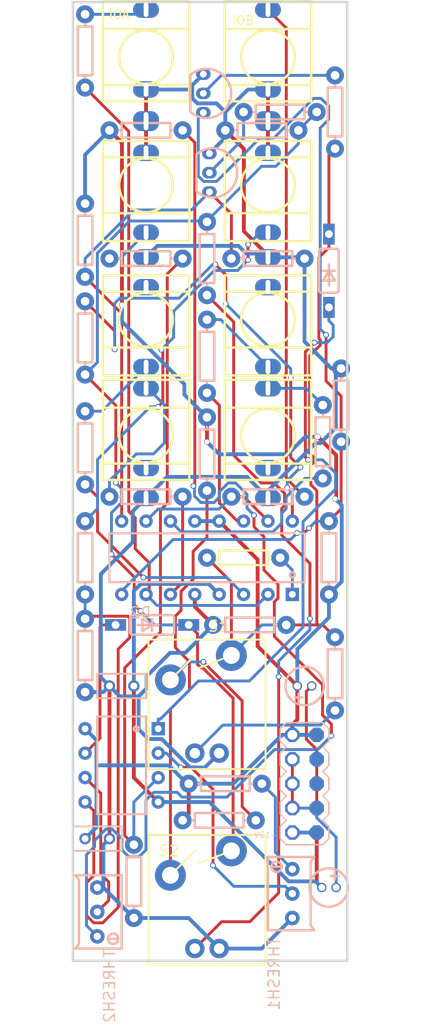
<source format=kicad_pcb>
(kicad_pcb (version 20171130) (host pcbnew "(5.1.5)-3") (page "A4") (layers (0 "F.Cu" signal) (31 "B.Cu" signal) (32 "B.Adhes" user) (33 "F.Adhes" user) (34 "B.Paste" user) (35 "F.Paste" user) (36 "B.SilkS" user) (37 "F.SilkS" user) (38 "B.Mask" user) (39 "F.Mask" user) (40 "Dwgs.User" user) (41 "Cmts.User" user) (42 "Eco1.User" user) (43 "Eco2.User" user) (44 "Edge.Cuts" user) (45 "Margin" user) (46 "B.CrtYd" user) (47 "F.CrtYd" user) (48 "B.Fab" user hide) (49 "F.Fab" user hide)) (net 0 "") (net 1 "-12V") (net 2 "12V") (net 3 "C7_2") (net 4 "GND") (net 5 "IC_1") (net 6 "IC_11") (net 7 "IC_14") (net 8 "IC_16") (net 9 "IC_3") (net 10 "IC_6") (net 11 "IC_8") (net 12 "IC_9") (net 13 "IOA") (net 14 "IOB") (net 15 "J1_3") (net 16 "J3_3") (net 17 "J5_3") (net 18 "J8_3") (net 19 "LED1") (net 20 "LED2") (net 21 "R12_2") (net 22 "R14_1") (net 23 "R15_2") (net 24 "R23_2") (net 25 "R25_2") (net 26 "R5_2") (net 27 "R7_1") (net 28 "R8_1") (net 29 "S2_S1") (net 30 "SW1") (net 31 "SW2") (net 32 "THRESH1_1") (net 33 "U2_1") (net 34 "U2_2") (net 35 "U2_5") (net 36 "U2_6") (net 37 "U2_7") (net 38 "U4_2") (segment (start 19.685 104.806) (end 11.612 104.806) (width 0.3) (layer "B.Cu") (net 31)) (segment (start 11.612 104.806) (end 8.265 108.153) (width 0.3) (layer "B.Cu") (net 31)) (segment (start 8.265 108.153) (end 8.265 119.497) (width 0.3) (layer "B.Cu") (net 31)) (segment (start 8.265 119.497) (end 6.985 120.777) (width 0.3) (layer "B.Cu") (net 31)) (segment (start 17.78 146.812) (end 14.2 146.812) (width 0.3) (layer "B.Cu") (net 31)) (segment (start 14.2 146.812) (end 12.751 145.363) (width 0.3) (layer "B.Cu") (net 31)) (segment (start 10.186 132.022) (end 10.767 132.602) (width 0.3) (layer "B.Cu") (net 31)) (segment (start 10.767 132.602) (end 10.767 134.118) (width 0.3) (layer "B.Cu") (net 31)) (segment (start 10.767 134.118) (end 9.735 135.15) (width 0.3) (layer "B.Cu") (net 31)) (segment (start 9.735 135.15) (end 9.735 139.46) (width 0.3) (layer "B.Cu") (net 31)) (segment (start 19.685 104.806) (end 25.37 99.122) (width 0.3) (layer "B.Cu") (net 31)) (segment (start 25.37 99.122) (end 26.859 99.122) (width 0.3) (layer "B.Cu") (net 31)) (segment (start 26.859 99.122) (end 29.21 96.771) (width 0.3) (layer "B.Cu") (net 31)) (segment (start 29.21 96.771) (end 29.21 95.377) (width 0.3) (layer "B.Cu") (net 31)) (segment (start 19.685 104.902) (end 19.685 104.806) (width 0.3) (layer "B.Cu") (net 31)) (segment (start 29.21 95.377) (end 31.115 93.472) (width 0.3) (layer "B.Cu") (net 31)) (segment (start 14.605 160.147) (end 15.462 160.147) (width 0.3) (layer "B.Cu") (net 34)) (segment (start 15.462 160.147) (end 16.946 161.631) (width 0.3) (layer "B.Cu") (net 34)) (segment (start 28.575 174.752) (end 27.816 173.993) (width 0.3) (layer "B.Cu") (net 34)) (segment (start 27.816 173.993) (end 22.474 173.993) (width 0.3) (layer "B.Cu") (net 34)) (segment (start 22.474 173.993) (end 20.31 171.829) (width 0.3) (layer "B.Cu") (net 34)) (segment (start 32.385 143.637) (end 33.721 142.301) (width 0.4) (layer "B.Cu") (net 2)) (segment (start 33.721 142.301) (end 33.721 134.377) (width 0.4) (layer "B.Cu") (net 2)) (segment (start 33.721 134.377) (end 33.043 133.7) (width 0.4) (layer "B.Cu") (net 2)) (segment (start 29.094 153.162) (end 29.094 149.339) (width 0.4) (layer "B.Cu") (net 2)) (segment (start 29.094 149.339) (end 32.385 146.049) (width 0.4) (layer "B.Cu") (net 2)) (segment (start 32.385 146.049) (end 32.385 143.637) (width 0.4) (layer "B.Cu") (net 2)) (segment (start 31.228 127.243) (end 29.915 127.243) (width 0.4) (layer "B.Cu") (net 2)) (segment (start 29.915 127.243) (end 28.094 129.063) (width 0.4) (layer "B.Cu") (net 2)) (segment (start 28.094 129.063) (end 20.966 129.063) (width 0.4) (layer "B.Cu") (net 2)) (segment (start 20.966 129.063) (end 19.685 127.782) (width 0.4) (layer "B.Cu") (net 2)) (segment (start 19.685 125.222) (end 17.332 122.869) (width 0.4) (layer "B.Cu") (net 2)) (segment (start 17.332 122.869) (end 17.332 121.767) (width 0.4) (layer "B.Cu") (net 2)) (segment (start 17.332 121.767) (end 10.825 115.26) (width 0.4) (layer "B.Cu") (net 2)) (segment (start 10.825 115.26) (end 10.825 113.525) (width 0.4) (layer "B.Cu") (net 2)) (segment (start 8.172 161.417) (end 15.713 161.417) (width 0.4) (layer "B.Cu") (net 2)) (segment (start 15.713 161.417) (end 17.618 163.322) (width 0.4) (layer "B.Cu") (net 2)) (segment (start 17.618 163.322) (end 17.78 163.322) (width 0.4) (layer "B.Cu") (net 2)) (segment (start 28.575 158.242) (end 27.511 158.242) (width 0.4) (layer "B.Cu") (net 2)) (segment (start 27.511 158.242) (end 22.431 163.322) (width 0.4) (layer "B.Cu") (net 2)) (segment (start 22.431 163.322) (end 17.78 163.322) (width 0.4) (layer "B.Cu") (net 2)) (segment (start 31.115 158.242) (end 28.575 158.242) (width 0.4) (layer "B.Cu") (net 2)) (segment (start 8.172 161.417) (end 8.172 167.85) (width 0.4) (layer "B.Cu") (net 2)) (segment (start 8.172 167.85) (end 6.985 169.037) (width 0.4) (layer "B.Cu") (net 2)) (segment (start 6.985 157.607) (end 8.172 158.794) (width 0.4) (layer "B.Cu") (net 2)) (segment (start 8.172 158.794) (end 8.172 161.417) (width 0.4) (layer "B.Cu") (net 2)) (segment (start 9.525 95.377) (end 6.985 97.917) (width 0.4) (layer "B.Cu") (net 2)) (segment (start 6.985 97.917) (end 6.985 102.997) (width 0.4) (layer "B.Cu") (net 2)) (segment (start 20.955 136.017) (end 18.415 136.017) (width 0.4) (layer "B.Cu") (net 2)) (segment (start 6.985 143.637) (end 6.985 146.177) (width 0.3) (layer "B.Cu") (net 35)) (segment (start 14.936 118.196) (end 16.209 116.923) (width 0.3) (layer "B.Cu") (net 25)) (segment (start 16.209 116.923) (end 16.209 114.191) (width 0.3) (layer "B.Cu") (net 25)) (segment (start 16.209 114.191) (end 20.446 109.954) (width 0.3) (layer "B.Cu") (net 25)) (segment (start 20.446 109.954) (end 22.865 109.954) (width 0.3) (layer "B.Cu") (net 25)) (segment (start 22.865 109.954) (end 23.961 108.858) (width 0.3) (layer "B.Cu") (net 25)) (segment (start 14.583 124.126) (end 13.765 124.126) (width 0.3) (layer "B.Cu") (net 25)) (segment (start 13.765 124.126) (end 8.283 129.608) (width 0.3) (layer "B.Cu") (net 25)) (segment (start 8.283 129.608) (end 8.283 134.719) (width 0.3) (layer "B.Cu") (net 25)) (segment (start 8.283 134.719) (end 6.985 136.017) (width 0.3) (layer "B.Cu") (net 25)) (segment (start 26.035 106.012) (end 25.195 106.012) (width 0.3) (layer "B.Cu") (net 25)) (segment (start 25.195 106.012) (end 23.961 107.246) (width 0.3) (layer "B.Cu") (net 25)) (segment (start 29.08 137.249) (end 28.402 137.928) (width 0.3) (layer "B.Cu") (net 11)) (segment (start 28.402 137.928) (end 16.153 137.928) (width 0.3) (layer "B.Cu") (net 11)) (segment (start 16.153 137.928) (end 10.795 143.285) (width 0.3) (layer "B.Cu") (net 11)) (segment (start 10.795 143.285) (end 10.795 143.637) (width 0.3) (layer "B.Cu") (net 11)) (segment (start 32.385 136.017) (end 31.039 136.017) (width 0.3) (layer "B.Cu") (net 11)) (segment (start 31.039 136.017) (end 30.311 136.744) (width 0.3) (layer "B.Cu") (net 11)) (segment (start 14.605 156.608) (end 14.826 156.608) (width 0.3) (layer "B.Cu") (net 33)) (segment (start 14.826 156.608) (end 18.791 152.642) (width 0.3) (layer "B.Cu") (net 33)) (segment (start 18.791 152.642) (end 24.092 152.642) (width 0.3) (layer "B.Cu") (net 33)) (segment (start 24.092 152.642) (end 29.687 147.047) (width 0.3) (layer "B.Cu") (net 33)) (segment (start 29.687 147.047) (end 29.687 136.073) (width 0.3) (layer "B.Cu") (net 33)) (segment (start 29.687 136.073) (end 33.078 132.682) (width 0.3) (layer "B.Cu") (net 33)) (segment (start 33.078 132.682) (end 33.078 131.011) (width 0.3) (layer "B.Cu") (net 33)) (segment (start 33.078 131.011) (end 31.709 129.642) (width 0.3) (layer "B.Cu") (net 33)) (segment (start 31.709 129.642) (end 30.215 129.642) (width 0.3) (layer "B.Cu") (net 33)) (segment (start 14.605 157.607) (end 14.605 156.608) (width 0.3) (layer "B.Cu") (net 33)) (segment (start 32.385 113.792) (end 32.385 115.184) (width 0.3) (layer "B.Cu") (net 33)) (segment (start 30.894 117.451) (end 32.204 117.451) (width 0.3) (layer "B.Cu") (net 33)) (segment (start 32.204 117.451) (end 32.827 116.828) (width 0.3) (layer "B.Cu") (net 33)) (segment (start 32.827 116.828) (end 32.827 115.626) (width 0.3) (layer "B.Cu") (net 33)) (segment (start 32.827 115.626) (end 32.385 115.184) (width 0.3) (layer "B.Cu") (net 33)) (segment (start 8.255 179.197) (end 7.129 178.071) (width 0.3) (layer "B.Cu") (net 24)) (segment (start 7.129 178.071) (end 7.129 170.711) (width 0.3) (layer "B.Cu") (net 24)) (segment (start 7.129 170.711) (end 7.977 169.864) (width 0.3) (layer "B.Cu") (net 24)) (segment (start 7.977 169.864) (end 7.977 169.222) (width 0.3) (layer "B.Cu") (net 24)) (segment (start 7.977 169.222) (end 9.151 168.048) (width 0.3) (layer "B.Cu") (net 24)) (segment (start 9.151 168.048) (end 9.819 168.048) (width 0.3) (layer "B.Cu") (net 24)) (segment (start 9.819 168.048) (end 10.823 169.052) (width 0.3) (layer "B.Cu") (net 24)) (segment (start 10.823 169.052) (end 10.823 170.208) (width 0.3) (layer "B.Cu") (net 24)) (segment (start 10.823 170.208) (end 11.541 170.927) (width 0.3) (layer "B.Cu") (net 24)) (segment (start 11.541 170.927) (end 12.601 170.927) (width 0.3) (layer "B.Cu") (net 24)) (segment (start 12.601 170.927) (end 13.326 170.203) (width 0.3) (layer "B.Cu") (net 24)) (segment (start 13.326 170.203) (end 13.326 165.032) (width 0.3) (layer "B.Cu") (net 24)) (segment (start 13.326 165.032) (end 14.14 164.218) (width 0.3) (layer "B.Cu") (net 24)) (segment (start 14.14 164.218) (end 16.58 164.218) (width 0.3) (layer "B.Cu") (net 24)) (segment (start 16.58 164.218) (end 17.078 164.716) (width 0.3) (layer "B.Cu") (net 24)) (segment (start 17.078 164.716) (end 21.778 164.716) (width 0.3) (layer "B.Cu") (net 24)) (segment (start 21.778 164.716) (end 26.719 159.776) (width 0.3) (layer "B.Cu") (net 24)) (segment (start 26.719 159.776) (end 31.214 159.776) (width 0.3) (layer "B.Cu") (net 24)) (segment (start 31.214 159.776) (end 32.645 158.345) (width 0.3) (layer "B.Cu") (net 24)) (segment (start 18.26 132.368) (end 18.393 132.5) (width 0.3) (layer "B.Cu") (net 24)) (segment (start 18.393 132.5) (end 18.393 133.425) (width 0.3) (layer "B.Cu") (net 24)) (segment (start 18.393 133.425) (end 19.052 134.084) (width 0.3) (layer "B.Cu") (net 24)) (segment (start 19.052 134.084) (end 20.421 134.084) (width 0.3) (layer "B.Cu") (net 24)) (segment (start 20.421 134.084) (end 20.979 133.526) (width 0.3) (layer "B.Cu") (net 24)) (segment (start 20.979 133.526) (end 20.979 132.967) (width 0.3) (layer "B.Cu") (net 24)) (segment (start 20.979 132.967) (end 21.894 132.052) (width 0.3) (layer "B.Cu") (net 24)) (segment (start 21.894 132.052) (end 22.667 132.052) (width 0.3) (layer "B.Cu") (net 24)) (segment (start 22.667 132.052) (end 23.856 133.24) (width 0.3) (layer "B.Cu") (net 24)) (segment (start 23.856 133.24) (end 23.856 134.681) (width 0.3) (layer "B.Cu") (net 24)) (segment (start 23.856 134.681) (end 24.583 135.408) (width 0.3) (layer "B.Cu") (net 24)) (segment (start 6.985 110.617) (end 6.985 108.704) (width 0.3) (layer "B.Cu") (net 12)) (segment (start 6.985 108.704) (end 12.029 103.66) (width 0.3) (layer "B.Cu") (net 12)) (segment (start 12.029 103.66) (end 18.069 103.66) (width 0.3) (layer "B.Cu") (net 12)) (segment (start 18.069 103.66) (end 19.939 101.79) (width 0.3) (layer "B.Cu") (net 12)) (segment (start 33.104 120.142) (end 33.104 126.3) (width 0.4) (layer "B.Cu") (net 4)) (segment (start 33.104 126.3) (end 31.501 127.903) (width 0.4) (layer "B.Cu") (net 4)) (segment (start 31.501 127.903) (end 30.991 127.903) (width 0.4) (layer "B.Cu") (net 4)) (segment (start 30.991 127.903) (end 26.035 132.859) (width 0.4) (layer "B.Cu") (net 4)) (segment (start 26.035 132.859) (end 26.035 133.607) (width 0.4) (layer "B.Cu") (net 4)) (segment (start 26.035 108.582) (end 25.646 108.193) (width 0.4) (layer "B.Cu") (net 4)) (segment (start 25.646 108.193) (end 23.767 108.193) (width 0.4) (layer "B.Cu") (net 4)) (segment (start 23.767 108.193) (end 22.967 107.392) (width 0.4) (layer "B.Cu") (net 4)) (segment (start 22.967 107.392) (end 14.525 107.392) (width 0.4) (layer "B.Cu") (net 4)) (segment (start 14.525 107.392) (end 13.335 108.582) (width 0.4) (layer "B.Cu") (net 4)) (segment (start 13.335 133.607) (end 11.948 134.994) (width 0.4) (layer "B.Cu") (net 4)) (segment (start 11.948 134.994) (end 11.948 138.202) (width 0.4) (layer "B.Cu") (net 4)) (segment (start 11.948 138.202) (end 8.626 141.525) (width 0.4) (layer "B.Cu") (net 4)) (segment (start 8.626 141.525) (end 8.626 152.263) (width 0.4) (layer "B.Cu") (net 4)) (segment (start 8.626 152.263) (end 9.525 153.162) (width 0.4) (layer "B.Cu") (net 4)) (segment (start 26.035 133.607) (end 23.846 131.418) (width 0.4) (layer "B.Cu") (net 4)) (segment (start 23.846 131.418) (end 15.524 131.418) (width 0.4) (layer "B.Cu") (net 4)) (segment (start 15.524 131.418) (end 13.335 133.607) (width 0.4) (layer "B.Cu") (net 4)) (segment (start 29.845 108.712) (end 29.845 117.343) (width 0.4) (layer "B.Cu") (net 4)) (segment (start 29.845 117.343) (end 32.644 120.142) (width 0.4) (layer "B.Cu") (net 4)) (segment (start 32.644 120.142) (end 33.104 120.142) (width 0.4) (layer "B.Cu") (net 4)) (segment (start 18.142 91.137) (end 18.142 90.697) (width 0.4) (layer "B.Cu") (net 4)) (segment (start 18.142 90.697) (end 19.304 89.535) (width 0.4) (layer "B.Cu") (net 4)) (segment (start 21.59 93.487) (end 20.678 92.575) (width 0.4) (layer "B.Cu") (net 4)) (segment (start 20.678 92.575) (end 18.681 92.575) (width 0.4) (layer "B.Cu") (net 4)) (segment (start 18.681 92.575) (end 18.142 92.036) (width 0.4) (layer "B.Cu") (net 4)) (segment (start 18.142 92.036) (end 18.142 91.137) (width 0.4) (layer "B.Cu") (net 4)) (segment (start 18.142 91.137) (end 13.335 91.137) (width 0.4) (layer "B.Cu") (net 4)) (segment (start 21.59 93.487) (end 23.94 91.137) (width 0.4) (layer "B.Cu") (net 4)) (segment (start 23.94 91.137) (end 26.035 91.137) (width 0.4) (layer "B.Cu") (net 4)) (segment (start 21.59 95.377) (end 21.59 93.487) (width 0.4) (layer "B.Cu") (net 4)) (segment (start 12.559 154.241) (end 10.604 154.241) (width 0.4) (layer "B.Cu") (net 4)) (segment (start 10.604 154.241) (end 9.525 153.162) (width 0.4) (layer "B.Cu") (net 4)) (segment (start 20.32 146.812) (end 17.414 149.718) (width 0.4) (layer "B.Cu") (net 4)) (segment (start 17.414 149.718) (end 15.834 149.718) (width 0.4) (layer "B.Cu") (net 4)) (segment (start 15.834 149.718) (end 13.391 152.16) (width 0.4) (layer "B.Cu") (net 4)) (segment (start 13.391 152.16) (end 13.391 153.408) (width 0.4) (layer "B.Cu") (net 4)) (segment (start 13.391 153.408) (end 12.559 154.241) (width 0.4) (layer "B.Cu") (net 4)) (segment (start 12.559 154.241) (end 12.559 157.655) (width 0.4) (layer "B.Cu") (net 4)) (segment (start 12.559 157.655) (end 13.582 158.679) (width 0.4) (layer "B.Cu") (net 4)) (segment (start 13.582 158.679) (end 14.975 158.679) (width 0.4) (layer "B.Cu") (net 4)) (segment (start 14.975 158.679) (end 17.932 161.635) (width 0.4) (layer "B.Cu") (net 4)) (segment (start 17.932 161.635) (end 19.467 161.635) (width 0.4) (layer "B.Cu") (net 4)) (segment (start 19.467 161.635) (end 20.955 160.147) (width 0.4) (layer "B.Cu") (net 4)) (segment (start 8.89 174.117) (end 12.065 177.292) (width 0.4) (layer "B.Cu") (net 4)) (segment (start 8.255 174.117) (end 8.89 174.117) (width 0.4) (layer "B.Cu") (net 4)) (segment (start 8.89 174.117) (end 8.89 169.672) (width 0.4) (layer "B.Cu") (net 4)) (segment (start 8.89 169.672) (end 9.525 169.037) (width 0.4) (layer "B.Cu") (net 4)) (segment (start 6.985 153.797) (end 8.89 153.797) (width 0.4) (layer "B.Cu") (net 4)) (segment (start 8.89 153.797) (end 9.525 153.162) (width 0.4) (layer "B.Cu") (net 4)) (segment (start 33.104 120.142) (end 33.655 120.142) (width 0.4) (layer "B.Cu") (net 4)) (segment (start 26.035 108.582) (end 29.715 108.582) (width 0.4) (layer "B.Cu") (net 4)) (segment (start 29.715 108.582) (end 29.845 108.712) (width 0.4) (layer "B.Cu") (net 4)) (segment (start 19.939 97.79) (end 21.59 96.139) (width 0.4) (layer "B.Cu") (net 4)) (segment (start 21.59 96.139) (end 21.59 95.377) (width 0.4) (layer "B.Cu") (net 4)) (segment (start 20.955 180.467) (end 17.78 177.292) (width 0.4) (layer "B.Cu") (net 4)) (segment (start 17.78 177.292) (end 12.065 177.292) (width 0.4) (layer "B.Cu") (net 4)) (segment (start 28.575 177.292) (end 25.4 180.467) (width 0.4) (layer "B.Cu") (net 4)) (segment (start 25.4 180.467) (end 20.955 180.467) (width 0.4) (layer "B.Cu") (net 4)) (segment (start 26.035 94.612) (end 26.035 94.237) (width 0.4) (layer "B.Cu") (net 4)) (segment (start 15.875 152.527) (end 17.743 150.659) (width 0.3) (layer "B.Cu") (net 26)) (segment (start 17.743 150.659) (end 19.305 150.659) (width 0.3) (layer "B.Cu") (net 26)) (segment (start 13.335 143.637) (end 14.484 144.786) (width 0.3) (layer "B.Cu") (net 13)) (segment (start 14.484 144.786) (end 24.886 144.786) (width 0.3) (layer "B.Cu") (net 13)) (segment (start 24.886 144.786) (end 26.035 143.637) (width 0.3) (layer "B.Cu") (net 13)) (segment (start 13.335 136.017) (end 14.589 134.763) (width 0.3) (layer "B.Cu") (net 14)) (segment (start 14.589 134.763) (end 20.939 134.763) (width 0.3) (layer "B.Cu") (net 14)) (segment (start 20.939 134.763) (end 22.225 133.477) (width 0.3) (layer "B.Cu") (net 14)) (segment (start 23.495 143.637) (end 21.742 141.884) (width 0.3) (layer "B.Cu") (net 9)) (segment (start 21.742 141.884) (end 13.054 141.884) (width 0.3) (layer "B.Cu") (net 9)) (segment (start 20.553 109.322) (end 20.289 109.322) (width 0.3) (layer "B.Cu") (net 8)) (segment (start 20.289 109.322) (end 16.777 112.834) (width 0.3) (layer "B.Cu") (net 8)) (segment (start 16.777 112.834) (end 10.601 112.834) (width 0.3) (layer "B.Cu") (net 8)) (segment (start 10.601 112.834) (end 10.066 113.369) (width 0.3) (layer "B.Cu") (net 8)) (segment (start 10.066 113.369) (end 10.066 118.156) (width 0.3) (layer "B.Cu") (net 8)) (segment (start 10.066 118.156) (end 10.066 118.156) (width 0.3) (layer "B.Cu") (net 8)) (segment (start 28.041 132.52) (end 28.041 131.804) (width 0.3) (layer "B.Cu") (net 8)) (segment (start 28.041 131.804) (end 29.419 130.426) (width 0.3) (layer "B.Cu") (net 8)) (segment (start 28.411 121.079) (end 28.411 120.187) (width 0.3) (layer "B.Cu") (net 8)) (segment (start 28.411 120.187) (end 21.641 113.417) (width 0.3) (layer "B.Cu") (net 8)) (segment (start 14.605 162.687) (end 12.065 165.227) (width 0.3) (layer "B.Cu") (net 28)) (segment (start 12.065 165.227) (end 12.065 169.672) (width 0.3) (layer "B.Cu") (net 28)) (segment (start 15.875 136.017) (end 16.996 137.138) (width 0.3) (layer "B.Cu") (net 6)) (segment (start 16.996 137.138) (end 26.56 137.138) (width 0.3) (layer "B.Cu") (net 6)) (segment (start 26.56 137.138) (end 27.47 136.229) (width 0.3) (layer "B.Cu") (net 6)) (segment (start 27.47 136.229) (end 27.47 135.179) (width 0.3) (layer "B.Cu") (net 6)) (segment (start 27.47 135.179) (end 27.924 134.724) (width 0.3) (layer "B.Cu") (net 6)) (segment (start 27.924 134.724) (end 27.924 133.519) (width 0.3) (layer "B.Cu") (net 6)) (segment (start 27.924 133.519) (end 29.871 131.572) (width 0.3) (layer "B.Cu") (net 6)) (segment (start 29.871 131.572) (end 31.75 131.572) (width 0.3) (layer "B.Cu") (net 6)) (segment (start 27.305 139.827) (end 28.575 141.097) (width 0.3) (layer "B.Cu") (net 5)) (segment (start 28.575 141.097) (end 28.575 143.637) (width 0.3) (layer "B.Cu") (net 5)) (segment (start 13.335 106.012) (end 10.635 108.712) (width 0.3) (layer "B.Cu") (net 15)) (segment (start 10.635 108.712) (end 9.525 108.712) (width 0.3) (layer "B.Cu") (net 15)) (segment (start 26.035 122.207) (end 30.005 122.207) (width 0.3) (layer "B.Cu") (net 23)) (segment (start 30.005 122.207) (end 31.75 123.952) (width 0.3) (layer "B.Cu") (net 23)) (segment (start 26.035 119.982) (end 21.115 115.062) (width 0.3) (layer "B.Cu") (net 18)) (segment (start 21.115 115.062) (end 19.685 115.062) (width 0.3) (layer "B.Cu") (net 18)) (segment (start 18.415 160.147) (end 21.335 157.227) (width 0.3) (layer "B.Cu") (net 19)) (segment (start 21.335 157.227) (end 31.495 157.227) (width 0.3) (layer "B.Cu") (net 19)) (segment (start 31.495 157.227) (end 33.02 155.702) (width 0.3) (layer "B.Cu") (net 19)) (segment (start 19.304 91.535) (end 21.177 89.662) (width 0.3) (layer "B.Cu") (net 27)) (segment (start 21.177 89.662) (end 33.02 89.662) (width 0.3) (layer "B.Cu") (net 27)) (segment (start 19.939 99.79) (end 23.495 96.234) (width 0.3) (layer "B.Cu") (net 38)) (segment (start 23.495 96.234) (end 23.495 93.472) (width 0.3) (layer "B.Cu") (net 38)) (segment (start 13.335 122.207) (end 13.522 122.207) (width 0.3) (layer "B.Cu") (net 17)) (segment (start 13.522 122.207) (end 15.254 123.939) (width 0.3) (layer "B.Cu") (net 17)) (segment (start 15.254 123.939) (end 15.254 127.883) (width 0.3) (layer "B.Cu") (net 17)) (segment (start 15.254 127.883) (end 14.11 129.027) (width 0.3) (layer "B.Cu") (net 17)) (segment (start 14.11 129.027) (end 12.324 129.027) (width 0.3) (layer "B.Cu") (net 17)) (segment (start 12.324 129.027) (end 9.525 131.825) (width 0.3) (layer "B.Cu") (net 17)) (segment (start 9.525 131.825) (end 9.525 133.477) (width 0.3) (layer "B.Cu") (net 17)) (segment (start 31.115 165.862) (end 31.115 166.867) (width 0.3) (layer "B.Cu") (net 3)) (segment (start 31.115 166.867) (end 33.136 168.887) (width 0.3) (layer "B.Cu") (net 3)) (segment (start 33.136 168.887) (end 33.136 174.117) (width 0.3) (layer "B.Cu") (net 3)) (segment (start 31.115 165.862) (end 28.575 165.862) (width 0.3) (layer "B.Cu") (net 3)) (segment (start 28.575 172.212) (end 26.808 170.445) (width 0.3) (layer "B.Cu") (net 32)) (segment (start 26.808 170.445) (end 26.808 164.73) (width 0.3) (layer "B.Cu") (net 32)) (segment (start 26.808 164.73) (end 25.4 163.322) (width 0.3) (layer "B.Cu") (net 32)) (segment (start 6.985 124.587) (end 8.73 124.587) (width 0.3) (layer "B.Cu") (net 21)) (segment (start 8.73 124.587) (end 13.335 119.982) (width 0.3) (layer "B.Cu") (net 21)) (segment (start 22.225 149.987) (end 25.4 146.812) (width 0.3) (layer "B.Cu") (net 30)) (segment (start 25.4 146.812) (end 27.94 146.812) (width 0.3) (layer "B.Cu") (net 30)) (segment (start 12.065 153.162) (end 12.065 143.276) (width 0.4) (layer "B.Cu") (net 1)) (segment (start 12.065 143.276) (end 12.791 142.549) (width 0.4) (layer "B.Cu") (net 1)) (segment (start 12.791 142.549) (end 19.867 142.549) (width 0.4) (layer "B.Cu") (net 1)) (segment (start 19.867 142.549) (end 20.955 143.637) (width 0.4) (layer "B.Cu") (net 1)) (segment (start 31.634 174.117) (end 30.999 173.482) (width 0.4) (layer "B.Cu") (net 1)) (segment (start 30.999 173.482) (end 28.191 173.482) (width 0.4) (layer "B.Cu") (net 1)) (segment (start 28.191 173.482) (end 19.936 165.227) (width 0.4) (layer "B.Cu") (net 1)) (segment (start 19.936 165.227) (end 14.605 165.227) (width 0.4) (layer "B.Cu") (net 1)) (segment (start 28.575 168.402) (end 31.115 168.402) (width 0.4) (layer "B.Cu") (net 1)) (segment (start 27.154 152.184) (end 27.154 150.558) (width 0.3) (layer "B.Cu") (net 20)) (segment (start 27.154 150.558) (end 30.407 147.305) (width 0.3) (layer "B.Cu") (net 20)) (segment (start 30.407 147.305) (end 30.407 146.165) (width 0.3) (layer "B.Cu") (net 20)) (segment (start 19.304 93.535) (end 18.775 94.064) (width 0.3) (layer "B.Cu") (net 11)) (segment (start 18.775 94.064) (end 18.775 100.132) (width 0.3) (layer "B.Cu") (net 11)) (segment (start 18.775 100.132) (end 19.335 100.692) (width 0.3) (layer "B.Cu") (net 11)) (segment (start 19.335 100.692) (end 20.686 100.692) (width 0.3) (layer "B.Cu") (net 11)) (segment (start 20.686 100.692) (end 25.21 96.167) (width 0.3) (layer "B.Cu") (net 11)) (segment (start 25.21 96.167) (end 26.664 96.167) (width 0.3) (layer "B.Cu") (net 11)) (segment (start 26.664 96.167) (end 30.769 92.062) (width 0.3) (layer "B.Cu") (net 11)) (segment (start 30.769 92.062) (end 31.564 92.062) (width 0.3) (layer "B.Cu") (net 11)) (segment (start 31.564 92.062) (end 32.357 92.855) (width 0.3) (layer "B.Cu") (net 11)) (segment (start 32.357 92.855) (end 32.357 94.263) (width 0.3) (layer "B.Cu") (net 11)) (segment (start 32.357 94.263) (end 31.476 95.144) (width 0.3) (layer "B.Cu") (net 11)) (segment (start 31.476 95.144) (end 31.476 116.04) (width 0.3) (layer "B.Cu") (net 11)) (segment (start 31.476 116.04) (end 32.086 116.649) (width 0.3) (layer "B.Cu") (net 11)) (segment (start 6.985 83.312) (end 12.86 83.312) (width 0.3) (layer "B.Cu") (net 16)) (segment (start 12.86 83.312) (end 13.335 82.837) (width 0.3) (layer "B.Cu") (net 16)) (gr_line (start 5.715 82.042) (end 34.29 82.042) (width 0.254) (layer "Edge.Cuts")) (gr_line (start 34.29 82.042) (end 34.29 181.737) (width 0.254) (layer "Edge.Cuts")) (gr_line (start 34.29 181.737) (end 5.715 181.737) (width 0.254) (layer "Edge.Cuts")) (gr_line (start 5.715 181.737) (end 5.715 82.042) (width 0.254) (layer "Edge.Cuts")) (segment (start 17.78 146.812) (end 18.698 147.73) (width 0.3) (layer "F.Cu") (net 31)) (segment (start 18.698 147.73) (end 18.698 150.91) (width 0.3) (layer "F.Cu") (net 31)) (segment (start 18.698 150.91) (end 19.054 151.266) (width 0.3) (layer "F.Cu") (net 31)) (segment (start 19.054 151.266) (end 19.234 151.266) (width 0.3) (layer "F.Cu") (net 31)) (segment (start 19.234 151.266) (end 22.402 154.434) (width 0.3) (layer "F.Cu") (net 31)) (segment (start 22.402 154.434) (end 22.402 170.13) (width 0.3) (layer "F.Cu") (net 31)) (segment (start 22.402 170.13) (end 22.225 170.307) (width 0.3) (layer "F.Cu") (net 31)) (segment (start 12.751 145.363) (end 12.1 144.712) (width 0.3) (layer "F.Cu") (net 31)) (segment (start 12.1 144.712) (end 12.1 141.825) (width 0.3) (layer "F.Cu") (net 31)) (segment (start 12.1 141.825) (end 9.735 139.46) (width 0.3) (layer "F.Cu") (net 31)) (segment (start 6.985 120.777) (end 10.186 123.978) (width 0.3) (layer "F.Cu") (net 31)) (segment (start 10.186 123.978) (end 10.186 132.022) (width 0.3) (layer "F.Cu") (net 31)) (segment (start 16.946 161.631) (end 18.028 161.631) (width 0.3) (layer "F.Cu") (net 34)) (segment (start 18.028 161.631) (end 20.31 163.913) (width 0.3) (layer "F.Cu") (net 34)) (segment (start 20.31 163.913) (end 20.31 171.829) (width 0.3) (layer "F.Cu") (net 34)) (segment (start 33.043 133.7) (end 33.144 133.598) (width 0.4) (layer "F.Cu") (net 2)) (segment (start 33.144 133.598) (end 33.144 129.159) (width 0.4) (layer "F.Cu") (net 2)) (segment (start 33.144 129.159) (end 31.228 127.243) (width 0.4) (layer "F.Cu") (net 2)) (segment (start 19.685 127.782) (end 19.685 125.222) (width 0.4) (layer "F.Cu") (net 2)) (segment (start 29.094 153.162) (end 24.961 149.028) (width 0.4) (layer "F.Cu") (net 2)) (segment (start 24.961 149.028) (end 24.961 140.023) (width 0.4) (layer "F.Cu") (net 2)) (segment (start 24.961 140.023) (end 20.955 136.017) (width 0.4) (layer "F.Cu") (net 2)) (segment (start 28.575 158.242) (end 28.575 157.178) (width 0.4) (layer "F.Cu") (net 2)) (segment (start 28.575 157.178) (end 29.094 156.658) (width 0.4) (layer "F.Cu") (net 2)) (segment (start 29.094 156.658) (end 29.094 153.162) (width 0.4) (layer "F.Cu") (net 2)) (segment (start 17.145 167.132) (end 17.78 166.497) (width 0.4) (layer "F.Cu") (net 2)) (segment (start 17.78 166.497) (end 17.78 163.322) (width 0.4) (layer "F.Cu") (net 2)) (segment (start 9.525 95.377) (end 10.825 96.677) (width 0.4) (layer "F.Cu") (net 2)) (segment (start 10.825 96.677) (end 10.825 113.525) (width 0.4) (layer "F.Cu") (net 2)) (segment (start 6.985 165.227) (end 7.893 166.135) (width 0.3) (layer "F.Cu") (net 35)) (segment (start 7.893 166.135) (end 7.893 172.863) (width 0.3) (layer "F.Cu") (net 35)) (segment (start 7.893 172.863) (end 7.147 173.608) (width 0.3) (layer "F.Cu") (net 35)) (segment (start 7.147 173.608) (end 7.147 177.054) (width 0.3) (layer "F.Cu") (net 35)) (segment (start 7.147 177.054) (end 7.887 177.794) (width 0.3) (layer "F.Cu") (net 35)) (segment (start 7.887 177.794) (end 8.826 177.794) (width 0.3) (layer "F.Cu") (net 35)) (segment (start 8.826 177.794) (end 10.432 176.187) (width 0.3) (layer "F.Cu") (net 35)) (segment (start 10.432 176.187) (end 10.432 149.332) (width 0.3) (layer "F.Cu") (net 35)) (segment (start 10.432 149.332) (end 11.647 148.117) (width 0.3) (layer "F.Cu") (net 35)) (segment (start 11.647 148.117) (end 11.647 146.108) (width 0.3) (layer "F.Cu") (net 35)) (segment (start 11.647 146.108) (end 11.444 145.904) (width 0.3) (layer "F.Cu") (net 35)) (segment (start 11.444 145.904) (end 7.258 145.904) (width 0.3) (layer "F.Cu") (net 35)) (segment (start 7.258 145.904) (end 6.985 146.177) (width 0.3) (layer "F.Cu") (net 35)) (segment (start 23.961 107.246) (end 23.961 108.858) (width 0.3) (layer "F.Cu") (net 25)) (segment (start 14.936 118.196) (end 15.084 118.344) (width 0.3) (layer "F.Cu") (net 25)) (segment (start 15.084 118.344) (end 15.084 123.625) (width 0.3) (layer "F.Cu") (net 25)) (segment (start 15.084 123.625) (end 14.583 124.126) (width 0.3) (layer "F.Cu") (net 25)) (segment (start 30.311 136.744) (end 29.806 137.249) (width 0.3) (layer "F.Cu") (net 11)) (segment (start 29.806 137.249) (end 29.08 137.249) (width 0.3) (layer "F.Cu") (net 11)) (segment (start 32.086 116.649) (end 32.086 121.442) (width 0.3) (layer "F.Cu") (net 11)) (segment (start 32.086 121.442) (end 33.655 123.012) (width 0.3) (layer "F.Cu") (net 11)) (segment (start 33.655 123.012) (end 33.655 127.762) (width 0.3) (layer "F.Cu") (net 11)) (segment (start 33.655 127.762) (end 33.655 134.747) (width 0.3) (layer "F.Cu") (net 11)) (segment (start 33.655 134.747) (end 32.385 136.017) (width 0.3) (layer "F.Cu") (net 11)) (segment (start 30.894 117.451) (end 29.929 118.416) (width 0.3) (layer "F.Cu") (net 33)) (segment (start 29.929 118.416) (end 29.929 129.357) (width 0.3) (layer "F.Cu") (net 33)) (segment (start 29.929 129.357) (end 30.215 129.642) (width 0.3) (layer "F.Cu") (net 33)) (segment (start 24.583 135.408) (end 24.583 136.608) (width 0.3) (layer "F.Cu") (net 24)) (segment (start 24.583 136.608) (end 25.615 137.64) (width 0.3) (layer "F.Cu") (net 24)) (segment (start 25.615 137.64) (end 25.615 141.107) (width 0.3) (layer "F.Cu") (net 24)) (segment (start 25.615 141.107) (end 27.081 142.573) (width 0.3) (layer "F.Cu") (net 24)) (segment (start 27.081 142.573) (end 27.081 144.035) (width 0.3) (layer "F.Cu") (net 24)) (segment (start 27.081 144.035) (end 26.698 144.418) (width 0.3) (layer "F.Cu") (net 24)) (segment (start 26.698 144.418) (end 26.698 148.006) (width 0.3) (layer "F.Cu") (net 24)) (segment (start 26.698 148.006) (end 31.723 153.031) (width 0.3) (layer "F.Cu") (net 24)) (segment (start 31.723 153.031) (end 31.723 156.209) (width 0.3) (layer "F.Cu") (net 24)) (segment (start 31.723 156.209) (end 32.645 157.131) (width 0.3) (layer "F.Cu") (net 24)) (segment (start 32.645 157.131) (end 32.645 158.345) (width 0.3) (layer "F.Cu") (net 24)) (segment (start 18.26 132.368) (end 18.416 132.212) (width 0.3) (layer "F.Cu") (net 24)) (segment (start 18.416 132.212) (end 18.416 96.648) (width 0.3) (layer "F.Cu") (net 24)) (segment (start 18.416 96.648) (end 17.145 95.377) (width 0.3) (layer "F.Cu") (net 24)) (segment (start 10.795 136.017) (end 10.795 114.427) (width 0.3) (layer "F.Cu") (net 12)) (segment (start 10.795 114.427) (end 6.985 110.617) (width 0.3) (layer "F.Cu") (net 12)) (segment (start 19.939 101.79) (end 22.225 104.076) (width 0.3) (layer "F.Cu") (net 12)) (segment (start 22.225 104.076) (end 22.225 108.712) (width 0.3) (layer "F.Cu") (net 12)) (segment (start 26.035 108.582) (end 26.035 108.38) (width 0.4) (layer "F.Cu") (net 4)) (segment (start 26.035 108.38) (end 23.525 105.87) (width 0.4) (layer "F.Cu") (net 4)) (segment (start 23.525 105.87) (end 23.525 97.312) (width 0.4) (layer "F.Cu") (net 4)) (segment (start 23.525 97.312) (end 21.59 95.377) (width 0.4) (layer "F.Cu") (net 4)) (segment (start 13.335 94.237) (end 13.335 91.137) (width 0.4) (layer "F.Cu") (net 4)) (segment (start 13.335 94.612) (end 13.335 94.237) (width 0.4) (layer "F.Cu") (net 4)) (segment (start 26.035 94.237) (end 26.035 91.137) (width 0.4) (layer "F.Cu") (net 4)) (segment (start 9.525 169.037) (end 9.525 153.162) (width 0.4) (layer "F.Cu") (net 4)) (segment (start 18.415 143.637) (end 18.415 144.907) (width 0.4) (layer "F.Cu") (net 4)) (segment (start 18.415 144.907) (end 20.32 146.812) (width 0.4) (layer "F.Cu") (net 4)) (segment (start 26.035 97.712) (end 26.035 94.612) (width 0.4) (layer "F.Cu") (net 4)) (segment (start 13.335 97.712) (end 13.335 94.612) (width 0.4) (layer "F.Cu") (net 4)) (segment (start 19.305 150.659) (end 23.347 154.7) (width 0.3) (layer "F.Cu") (net 26)) (segment (start 23.347 154.7) (end 23.347 165.714) (width 0.3) (layer "F.Cu") (net 26)) (segment (start 23.347 165.714) (end 24.765 167.132) (width 0.3) (layer "F.Cu") (net 26)) (segment (start 13.335 143.637) (end 13.661 143.311) (width 0.3) (layer "F.Cu") (net 13)) (segment (start 13.661 143.311) (end 13.661 140.348) (width 0.3) (layer "F.Cu") (net 13)) (segment (start 13.661 140.348) (end 12.21 138.897) (width 0.3) (layer "F.Cu") (net 13)) (segment (start 12.21 138.897) (end 12.21 135.688) (width 0.3) (layer "F.Cu") (net 13)) (segment (start 12.21 135.688) (end 11.533 135.011) (width 0.3) (layer "F.Cu") (net 13)) (segment (start 11.533 135.011) (end 11.533 95.48) (width 0.3) (layer "F.Cu") (net 13)) (segment (start 11.533 95.48) (end 6.985 90.932) (width 0.3) (layer "F.Cu") (net 13)) (segment (start 26.035 136.017) (end 26.035 135.989) (width 0.3) (layer "F.Cu") (net 14)) (segment (start 26.035 135.989) (end 23.523 133.477) (width 0.3) (layer "F.Cu") (net 14)) (segment (start 23.523 133.477) (end 22.225 133.477) (width 0.3) (layer "F.Cu") (net 14)) (segment (start 13.054 141.884) (end 8.283 137.113) (width 0.3) (layer "F.Cu") (net 9)) (segment (start 8.283 137.113) (end 8.283 133.505) (width 0.3) (layer "F.Cu") (net 9)) (segment (start 8.283 133.505) (end 6.985 132.207) (width 0.3) (layer "F.Cu") (net 9)) (segment (start 10.16 146.812) (end 8.768 146.812) (width 0.3) (layer "F.Cu") (net 37)) (segment (start 6.985 160.147) (end 8.537 158.595) (width 0.3) (layer "F.Cu") (net 37)) (segment (start 8.537 158.595) (end 8.537 147.044) (width 0.3) (layer "F.Cu") (net 37)) (segment (start 8.537 147.044) (end 8.768 146.812) (width 0.3) (layer "F.Cu") (net 37)) (segment (start 6.985 113.157) (end 10.066 116.238) (width 0.3) (layer "F.Cu") (net 8)) (segment (start 10.066 116.238) (end 10.066 118.156) (width 0.3) (layer "F.Cu") (net 8)) (segment (start 29.419 130.426) (end 28.411 129.418) (width 0.3) (layer "F.Cu") (net 8)) (segment (start 28.411 129.418) (end 28.411 121.079) (width 0.3) (layer "F.Cu") (net 8)) (segment (start 28.575 136.017) (end 28.575 133.055) (width 0.3) (layer "F.Cu") (net 8)) (segment (start 28.575 133.055) (end 28.041 132.52) (width 0.3) (layer "F.Cu") (net 8)) (segment (start 20.553 109.322) (end 21.641 110.41) (width 0.3) (layer "F.Cu") (net 8)) (segment (start 21.641 110.41) (end 21.641 113.417) (width 0.3) (layer "F.Cu") (net 8)) (segment (start 12.065 169.672) (end 11.108 168.715) (width 0.3) (layer "F.Cu") (net 28)) (segment (start 11.108 168.715) (end 11.108 151.284) (width 0.3) (layer "F.Cu") (net 28)) (segment (start 11.108 151.284) (end 14.836 147.557) (width 0.3) (layer "F.Cu") (net 28)) (segment (start 14.836 147.557) (end 14.836 134.869) (width 0.3) (layer "F.Cu") (net 28)) (segment (start 14.836 134.869) (end 15.543 134.162) (width 0.3) (layer "F.Cu") (net 28)) (segment (start 15.543 134.162) (end 15.543 110.314) (width 0.3) (layer "F.Cu") (net 28)) (segment (start 15.543 110.314) (end 17.145 108.712) (width 0.3) (layer "F.Cu") (net 28)) (segment (start 31.115 160.782) (end 31.115 159.777) (width 0.3) (layer "F.Cu") (net 3)) (segment (start 30.596 153.162) (end 30.033 153.725) (width 0.3) (layer "F.Cu") (net 3)) (segment (start 30.033 153.725) (end 30.033 158.695) (width 0.3) (layer "F.Cu") (net 3)) (segment (start 30.033 158.695) (end 31.115 159.777) (width 0.3) (layer "F.Cu") (net 3)) (segment (start 28.575 163.322) (end 28.575 160.782) (width 0.3) (layer "F.Cu") (net 3)) (segment (start 28.575 165.862) (end 28.575 163.322) (width 0.3) (layer "F.Cu") (net 3)) (segment (start 31.115 163.322) (end 31.115 160.782) (width 0.3) (layer "F.Cu") (net 3)) (segment (start 31.115 165.862) (end 31.115 163.322) (width 0.3) (layer "F.Cu") (net 3)) (segment (start 31.126 146.812) (end 31.75 146.812) (width 0.3) (layer "F.Cu") (net 30)) (segment (start 31.75 146.812) (end 33.02 148.082) (width 0.3) (layer "F.Cu") (net 30)) (segment (start 27.94 146.812) (end 31.126 146.812) (width 0.3) (layer "F.Cu") (net 30)) (segment (start 32.385 107.564) (end 31.341 108.607) (width 0.3) (layer "F.Cu") (net 30)) (segment (start 31.341 108.607) (end 31.341 117.04) (width 0.3) (layer "F.Cu") (net 30)) (segment (start 31.341 117.04) (end 31.501 117.199) (width 0.3) (layer "F.Cu") (net 30)) (segment (start 31.501 117.199) (end 31.501 117.702) (width 0.3) (layer "F.Cu") (net 30)) (segment (start 31.501 117.702) (end 30.381 118.822) (width 0.3) (layer "F.Cu") (net 30)) (segment (start 30.381 118.822) (end 30.381 128.95) (width 0.3) (layer "F.Cu") (net 30)) (segment (start 30.381 128.95) (end 30.821 129.391) (width 0.3) (layer "F.Cu") (net 30)) (segment (start 30.821 129.391) (end 30.821 129.894) (width 0.3) (layer "F.Cu") (net 30)) (segment (start 30.821 129.894) (end 30.508 130.206) (width 0.3) (layer "F.Cu") (net 30)) (segment (start 30.508 130.206) (end 30.508 132.234) (width 0.3) (layer "F.Cu") (net 30)) (segment (start 30.508 132.234) (end 31.126 132.852) (width 0.3) (layer "F.Cu") (net 30)) (segment (start 31.126 132.852) (end 31.126 146.812) (width 0.3) (layer "F.Cu") (net 30)) (segment (start 32.385 106.172) (end 32.385 107.564) (width 0.3) (layer "F.Cu") (net 30)) (segment (start 33.02 97.282) (end 32.385 97.917) (width 0.3) (layer "F.Cu") (net 30)) (segment (start 32.385 97.917) (end 32.385 106.172) (width 0.3) (layer "F.Cu") (net 30)) (segment (start 22.225 149.987) (end 22.225 142.367) (width 0.3) (layer "F.Cu") (net 30)) (segment (start 22.225 142.367) (end 19.685 139.827) (width 0.3) (layer "F.Cu") (net 30)) (segment (start 31.115 168.402) (end 31.115 173.598) (width 0.4) (layer "F.Cu") (net 1)) (segment (start 31.115 173.598) (end 31.634 174.117) (width 0.4) (layer "F.Cu") (net 1)) (segment (start 14.605 165.227) (end 12.065 162.687) (width 0.4) (layer "F.Cu") (net 1)) (segment (start 12.065 162.687) (end 12.065 153.162) (width 0.4) (layer "F.Cu") (net 1)) (segment (start 15.875 143.637) (end 17.145 142.367) (width 0.3) (layer "F.Cu") (net 10)) (segment (start 17.145 142.367) (end 17.145 133.477) (width 0.3) (layer "F.Cu") (net 10)) (segment (start 15.875 172.847) (end 15.875 155.558) (width 0.3) (layer "F.Cu") (net 29)) (segment (start 15.875 155.558) (end 17.851 153.582) (width 0.3) (layer "F.Cu") (net 29)) (segment (start 17.851 153.582) (end 17.851 150.635) (width 0.3) (layer "F.Cu") (net 29)) (segment (start 17.851 150.635) (end 16.387 149.171) (width 0.3) (layer "F.Cu") (net 29)) (segment (start 16.387 149.171) (end 16.387 145.904) (width 0.3) (layer "F.Cu") (net 29)) (segment (start 16.387 145.904) (end 16.981 145.31) (width 0.3) (layer "F.Cu") (net 29)) (segment (start 16.981 145.31) (end 16.981 143.329) (width 0.3) (layer "F.Cu") (net 29)) (segment (start 16.981 143.329) (end 18.239 142.07) (width 0.3) (layer "F.Cu") (net 29)) (segment (start 18.239 142.07) (end 18.239 139.17) (width 0.3) (layer "F.Cu") (net 29)) (segment (start 18.239 139.17) (end 19.685 137.724) (width 0.3) (layer "F.Cu") (net 29)) (segment (start 19.685 137.724) (end 19.685 132.842) (width 0.3) (layer "F.Cu") (net 29)) (segment (start 26.035 82.837) (end 27.944 84.746) (width 0.3) (layer "F.Cu") (net 22)) (segment (start 27.944 84.746) (end 27.944 120.688) (width 0.3) (layer "F.Cu") (net 22)) (segment (start 27.944 120.688) (end 27.804 120.828) (width 0.3) (layer "F.Cu") (net 22)) (segment (start 27.804 120.828) (end 27.804 121.33) (width 0.3) (layer "F.Cu") (net 22)) (segment (start 27.804 121.33) (end 27.944 121.47) (width 0.3) (layer "F.Cu") (net 22)) (segment (start 27.944 121.47) (end 27.944 131.565) (width 0.3) (layer "F.Cu") (net 22)) (segment (start 27.944 131.565) (end 29.845 133.466) (width 0.3) (layer "F.Cu") (net 22)) (segment (start 29.845 133.466) (end 29.845 133.477) (width 0.3) (layer "F.Cu") (net 22)) (segment (start 23.495 136.017) (end 22.848 136.017) (width 0.3) (layer "F.Cu") (net 7)) (segment (start 22.848 136.017) (end 20.975 134.144) (width 0.3) (layer "F.Cu") (net 7)) (segment (start 20.975 134.144) (end 20.975 123.972) (width 0.3) (layer "F.Cu") (net 7)) (segment (start 20.975 123.972) (end 19.685 122.682) (width 0.3) (layer "F.Cu") (net 7)) (segment (start 18.415 180.467) (end 21.205 177.677) (width 0.3) (layer "F.Cu") (net 20)) (segment (start 21.205 177.677) (end 24.146 177.677) (width 0.3) (layer "F.Cu") (net 20)) (segment (start 24.146 177.677) (end 27.154 174.669) (width 0.3) (layer "F.Cu") (net 20)) (segment (start 27.154 174.669) (end 27.154 152.184) (width 0.3) (layer "F.Cu") (net 20)) (segment (start 19.685 112.522) (end 22.464 115.301) (width 0.3) (layer "F.Cu") (net 20)) (segment (start 22.464 115.301) (end 22.464 129.171) (width 0.3) (layer "F.Cu") (net 20)) (segment (start 22.464 129.171) (end 25.344 132.051) (width 0.3) (layer "F.Cu") (net 20)) (segment (start 25.344 132.051) (end 26.685 132.051) (width 0.3) (layer "F.Cu") (net 20)) (segment (start 26.685 132.051) (end 27.77 133.136) (width 0.3) (layer "F.Cu") (net 20)) (segment (start 27.77 133.136) (end 27.77 134.391) (width 0.3) (layer "F.Cu") (net 20)) (segment (start 27.77 134.391) (end 27.467 134.693) (width 0.3) (layer "F.Cu") (net 20)) (segment (start 27.467 134.693) (end 27.467 137.477) (width 0.3) (layer "F.Cu") (net 20)) (segment (start 27.467 137.477) (end 30.407 140.416) (width 0.3) (layer "F.Cu") (net 20)) (segment (start 30.407 140.416) (end 30.407 146.165) (width 0.3) (layer "F.Cu") (net 20)) (segment (start 6.985 162.687) (end 8.617 164.319) (width 0.3) (layer "F.Cu") (net 36)) (segment (start 8.617 164.319) (end 8.617 172.721) (width 0.3) (layer "F.Cu") (net 36)) (segment (start 8.617 172.721) (end 9.446 173.55) (width 0.3) (layer "F.Cu") (net 36)) (segment (start 9.446 173.55) (end 9.446 175.466) (width 0.3) (layer "F.Cu") (net 36)) (segment (start 9.446 175.466) (end 8.255 176.657) (width 0.3) (layer "F.Cu") (net 36)) (gr_line (start 8.835 84.852) (end 17.835 84.852) (width 0.254) (layer "F.SilkS")) (gr_line (start 17.835 84.852) (end 17.835 92.362) (width 0.254) (layer "F.SilkS")) (gr_line (start 17.835 92.362) (end 8.835 92.362) (width 0.254) (layer "F.SilkS")) (gr_line (start 8.835 92.362) (end 8.835 84.852) (width 0.254) (layer "F.SilkS")) (gr_line (start 21.535 84.852) (end 30.535 84.852) (width 0.254) (layer "F.SilkS")) (gr_line (start 30.535 84.852) (end 30.535 92.362) (width 0.254) (layer "F.SilkS")) (gr_line (start 30.535 92.362) (end 21.535 92.362) (width 0.254) (layer "F.SilkS")) (gr_line (start 21.535 92.362) (end 21.535 84.852) (width 0.254) (layer "F.SilkS")) (gr_line (start 21.535 81.952) (end 30.535 81.952) (width 0.254) (layer "F.SilkS")) (gr_line (start 30.535 81.952) (end 30.535 90.662) (width 0.254) (layer "F.SilkS")) (gr_line (start 30.535 90.662) (end 21.535 90.662) (width 0.254) (layer "F.SilkS")) (gr_line (start 21.535 90.662) (end 21.535 81.952) (width 0.254) (layer "F.SilkS")) (gr_line (start 8.835 81.952) (end 17.835 81.952) (width 0.254) (layer "F.SilkS")) (gr_line (start 17.835 81.952) (end 17.835 90.662) (width 0.254) (layer "F.SilkS")) (gr_line (start 17.835 90.662) (end 8.835 90.662) (width 0.254) (layer "F.SilkS")) (gr_line (start 8.835 90.662) (end 8.835 81.952) (width 0.254) (layer "F.SilkS")) (gr_arc (start 13.335 87.757) (end 10.541 87.757) (angle 180) (width 0.254) (layer "F.SilkS")) (gr_arc (start 26.035 87.757) (end 23.241 87.757) (angle 180) (width 0.254) (layer "F.SilkS")) (gr_arc (start 26.035 87.757) (end 28.829 87.757) (angle 180) (width 0.254) (layer "F.SilkS")) (gr_arc (start 13.335 87.757) (end 16.129 87.757) (angle 180) (width 0.254) (layer "F.SilkS")) (gr_text "IOB" (at 22.225 83.947 0) (layer "F.SilkS") (effects (font (size 0.9 0.9) (thickness 0.152)) (justify left))) (gr_text "IOA" (at 9.359 83.312 0) (layer "F.SilkS") (effects (font (size 0.9 0.9) (thickness 0.152)) (justify left))) (module "easyeda:RAD-0.1" (layer "F.Cu") (at 8.255 169.037 180) (fp_line (start -2.537 -1.267) (end 2.543 -1.267) (width 0.201) (layer "B.SilkS")) (fp_line (start 2.543 -1.267) (end 2.543 1.273) (width 0.201) (layer "B.SilkS")) (fp_line (start 2.543 1.273) (end -2.537 1.273) (width 0.201) (layer "B.SilkS")) (fp_line (start -2.537 1.273) (end -2.537 -1.267) (width 0.201) (layer "B.SilkS")) (fp_text value "100n" (at -1.41 -3.122 0) (layer "B.Fab") (effects (font (size 1.143 1.143) (thickness 0.152)) (justify left mirror))) (fp_text reference "C1" (at 0.229 -1.854 180) (layer "B.SilkS") hide (effects (font (size 1.143 1.143) (thickness 0.152)) (justify left mirror))) (pad 1 thru_hole circle (at 1.27 0 180) (size 1.194 1.194) (layers "*.Cu" "*.Paste" "*.Mask") (drill 0.711) (net 2 "12V")) (pad 2 thru_hole circle (at -1.27 0 180) (size 1.194 1.194) (layers "*.Cu" "*.Paste" "*.Mask") (drill 0.711) (net 4 "GND")) (fp_text user gge0323a9940e9bb409 (at 0 0) (layer "Cmts.User") (effects (font (size 1 1) (thickness 0.15))))) (module "easyeda:RAD-0.1" (layer "F.Cu") (at 10.795 153.162 0) (fp_line (start -2.537 -1.267) (end 2.543 -1.267) (width 0.201) (layer "B.SilkS")) (fp_line (start 2.543 -1.267) (end 2.543 1.273) (width 0.201) (layer "B.SilkS")) (fp_line (start 2.543 1.273) (end -2.537 1.273) (width 0.201) (layer "B.SilkS")) (fp_line (start -2.537 1.273) (end -2.537 -1.267) (width 0.201) (layer "B.SilkS")) (fp_text value "100n" (at 1.905 -1.27 0) (layer "B.Fab") (effects (font (size 1.143 1.143) (thickness 0.152)) (justify left mirror))) (fp_text reference "C6" (at 0.229 -1.854 0) (layer "B.SilkS") hide (effects (font (size 1.143 1.143) (thickness 0.152)) (justify left mirror))) (pad 1 thru_hole circle (at 1.27 0 0) (size 1.194 1.194) (layers "*.Cu" "*.Paste" "*.Mask") (drill 0.711) (net 1 "-12V")) (pad 2 thru_hole circle (at -1.27 0 0) (size 1.194 1.194) (layers "*.Cu" "*.Paste" "*.Mask") (drill 0.711) (net 4 "GND")) (fp_text user gge573e185a7bef93b4 (at 0 0) (layer "Cmts.User") (effects (font (size 1 1) (thickness 0.15))))) (module "easyeda:CAP-D4.0×F1.5" (layer "F.Cu") (at 32.385 174.117 0) (fp_text value "10u" (at 1.27 3.81 0) (layer "B.Fab") (effects (font (size 1.143 1.143) (thickness 0.152)) (justify left mirror))) (fp_text reference "C5" (at 0.095 -2.2 0) (layer "B.SilkS") hide (effects (font (size 1.143 1.143) (thickness 0.152)) (justify left mirror))) (fp_line (start 0.203 -1.196) (end 1.003 -1.196) (width 0.254) (layer "B.SilkS")) (fp_line (start 0.609 -0.815) (end 0.609 -1.615) (width 0.254) (layer "B.SilkS")) (fp_arc (start -0.015 0.001) (end 0.001 -1.999) (angle 359.054) (width 0.254) (layer "B.SilkS")) (pad 2 thru_hole circle (at -0.751 0 -90) (size 1 1) (layers "*.Cu" "*.Paste" "*.Mask") (drill 0.7) (net 1 "-12V")) (pad 1 thru_hole circle (at 0.751 0 -90) (size 1 1) (layers "*.Cu" "*.Paste" "*.Mask") (drill 0.7) (net 3 "C7_2")) (fp_text user gged3a32a70cde6de7e (at 0 0) (layer "Cmts.User") (effects (font (size 1 1) (thickness 0.15))))) (module "easyeda:CAP-D4.0×F1.5" (layer "F.Cu") (at 29.845 153.162 180) (fp_text value "10u" (at -0.635 -3.175 0) (layer "B.Fab") (effects (font (size 1.143 1.143) (thickness 0.152)) (justify left mirror))) (fp_text reference "C7" (at 0.095 -2.2 180) (layer "B.SilkS") hide (effects (font (size 1.143 1.143) (thickness 0.152)) (justify left mirror))) (fp_line (start 0.203 -1.196) (end 1.003 -1.196) (width 0.254) (layer "B.SilkS")) (fp_line (start 0.609 -0.815) (end 0.609 -1.615) (width 0.254) (layer "B.SilkS")) (fp_arc (start -0.015 0.001) (end 0.001 -1.999) (angle 359.054) (width 0.254) (layer "B.SilkS")) (pad 2 thru_hole circle (at -0.751 0 90) (size 1 1) (layers "*.Cu" "*.Paste" "*.Mask") (drill 0.7) (net 3 "C7_2")) (pad 1 thru_hole circle (at 0.751 0 90) (size 1 1) (layers "*.Cu" "*.Paste" "*.Mask") (drill 0.7) (net 2 "12V")) (fp_text user ggeac9320446869e8bb (at 0 0) (layer "Cmts.User") (effects (font (size 1 1) (thickness 0.15))))) (module "easyeda:DO35-7" (layer "F.Cu") (at 32.385 109.982 90) (fp_arc (start 2.032 0.762) (end 2.286 0.762) (angle 90) (width 0.254) (layer "B.SilkS")) (fp_line (start -3.81 0) (end -2.921 0) (width 0.508) (layer "Cmts.User")) (fp_line (start 3.81 0) (end 2.921 0) (width 0.508) (layer "Cmts.User")) (fp_text value "1n4148" (at 2.54 -1.27 90) (layer "B.Fab") (effects (font (size 1.143 1.143) (thickness 0.152)) (justify left mirror))) (fp_text reference "D1" (at 1.905 0.635 90) (layer "B.SilkS") hide (effects (font (size 1.143 1.143) (thickness 0.152)) (justify left mirror))) (fp_line (start 0.635 0) (end 0 0) (width 0.254) (layer "B.SilkS")) (fp_line (start -1.016 -0.635) (end -1.016 0.635) (width 0.254) (layer "B.SilkS")) (fp_line (start -1.016 0.635) (end 0 0) (width 0.254) (layer "B.SilkS")) (fp_line (start 0 0) (end -1.524 0) (width 0.254) (layer "B.SilkS")) (fp_line (start 0 0) (end -1.016 -0.635) (width 0.254) (layer "B.SilkS")) (fp_line (start 0 -0.635) (end 0 0) (width 0.254) (layer "B.SilkS")) (fp_line (start 0 0) (end 0 0.635) (width 0.254) (layer "B.SilkS")) (fp_line (start -2.286 -0.762) (end -2.286 0.762) (width 0.254) (layer "B.SilkS")) (fp_line (start 2.032 1.016) (end -2.032 1.016) (width 0.254) (layer "B.SilkS")) (fp_line (start 2.286 -0.762) (end 2.286 0.762) (width 0.254) (layer "B.SilkS")) (fp_line (start 2.032 -1.016) (end -2.032 -1.016) (width 0.254) (layer "B.SilkS")) (fp_arc (start -2.032 -0.762) (end -2.286 -0.762) (angle 90) (width 0.254) (layer "B.SilkS")) (fp_arc (start -2.032 0.762) (end -2.032 1.016) (angle 90) (width 0.254) (layer "B.SilkS")) (fp_arc (start 2.032 -0.762) (end 2.032 -1.016) (angle 90) (width 0.254) (layer "B.SilkS")) (pad "C" thru_hole rect (at 3.81 0 90) (size 2.182 1.212) (layers "*.Cu" "*.Paste" "*.Mask") (drill 0.813) (net 30 "SW1")) (pad "A" thru_hole rect (at -3.81 0 90) (size 2.182 1.212) (layers "*.Cu" "*.Paste" "*.Mask") (drill 0.813) (net 33 "U2_1")) (fp_text user ggeb83976912eabd148 (at 0 0) (layer "Cmts.User") (effects (font (size 1 1) (thickness 0.15))))) (module "easyeda:DO35-7" (layer "F.Cu") (at 13.97 146.812 0) (fp_arc (start 2.032 0.762) (end 2.286 0.762) (angle 90) (width 0.254) (layer "B.SilkS")) (fp_line (start -3.81 0) (end -2.921 0) (width 0.508) (layer "Cmts.User")) (fp_line (start 3.81 0) (end 2.921 0) (width 0.508) (layer "Cmts.User")) (fp_text value "1n4148" (at 0 -3.048 0) (layer "B.Fab") hide (effects (font (size 1.143 1.143) (thickness 0.152)) (justify left mirror))) (fp_text reference "D2" (at 0 -1.27 0) (layer "B.SilkS") (effects (font (size 1.143 1.143) (thickness 0.152)) (justify left mirror))) (fp_line (start 0.635 0) (end 0 0) (width 0.254) (layer "B.SilkS")) (fp_line (start -1.016 -0.635) (end -1.016 0.635) (width 0.254) (layer "B.SilkS")) (fp_line (start -1.016 0.635) (end 0 0) (width 0.254) (layer "B.SilkS")) (fp_line (start 0 0) (end -1.524 0) (width 0.254) (layer "B.SilkS")) (fp_line (start 0 0) (end -1.016 -0.635) (width 0.254) (layer "B.SilkS")) (fp_line (start 0 -0.635) (end 0 0) (width 0.254) (layer "B.SilkS")) (fp_line (start 0 0) (end 0 0.635) (width 0.254) (layer "B.SilkS")) (fp_line (start -2.286 -0.762) (end -2.286 0.762) (width 0.254) (layer "B.SilkS")) (fp_line (start 2.032 1.016) (end -2.032 1.016) (width 0.254) (layer "B.SilkS")) (fp_line (start 2.286 -0.762) (end 2.286 0.762) (width 0.254) (layer "B.SilkS")) (fp_line (start 2.032 -1.016) (end -2.032 -1.016) (width 0.254) (layer "B.SilkS")) (fp_arc (start -2.032 -0.762) (end -2.286 -0.762) (angle 90) (width 0.254) (layer "B.SilkS")) (fp_arc (start -2.032 0.762) (end -2.032 1.016) (angle 90) (width 0.254) (layer "B.SilkS")) (fp_arc (start 2.032 -0.762) (end 2.032 -1.016) (angle 90) (width 0.254) (layer "B.SilkS")) (pad "C" thru_hole rect (at 3.81 0 0) (size 2.182 1.212) (layers "*.Cu" "*.Paste" "*.Mask") (drill 0.813) (net 31 "SW2")) (pad "A" thru_hole rect (at -3.81 0 0) (size 2.182 1.212) (layers "*.Cu" "*.Paste" "*.Mask") (drill 0.813) (net 37 "U2_7")) (fp_text user ggeadc03835749fb862 (at 0 0) (layer "Cmts.User") (effects (font (size 1 1) (thickness 0.15))))) (module "easyeda:EURORACK_POWER_V2" (layer "F.Cu") (at 29.845 163.322 90) (fp_text reference "EP1" (at 0 -4.572 90) (layer "B.SilkS") hide (effects (font (size 1.143 1.143) (thickness 0.152)) (justify left mirror))) (fp_poly (pts (xy 2.794 1.524) (xy 2.286 1.524) (xy 2.286 1.016) (xy 2.794 1.016)) (layer "Cmts.User") (width 0)) (fp_poly (pts (xy 5.334 1.524) (xy 4.826 1.524) (xy 4.826 1.016) (xy 5.334 1.016)) (layer "Cmts.User") (width 0)) (fp_poly (pts (xy 0.254 1.524) (xy -0.254 1.524) (xy -0.254 1.016) (xy 0.254 1.016)) (layer "Cmts.User") (width 0)) (fp_poly (pts (xy -4.826 1.524) (xy -5.334 1.524) (xy -5.334 1.016) (xy -4.826 1.016)) (layer "Cmts.User") (width 0)) (fp_poly (pts (xy -2.286 1.524) (xy -2.794 1.524) (xy -2.794 1.016) (xy -2.286 1.016)) (layer "Cmts.User") (width 0)) (fp_poly (pts (xy 5.334 -1.016) (xy 4.826 -1.016) (xy 4.826 -1.524) (xy 5.334 -1.524)) (layer "Cmts.User") (width 0)) (fp_poly (pts (xy 2.794 -1.016) (xy 2.286 -1.016) (xy 2.286 -1.524) (xy 2.794 -1.524)) (layer "Cmts.User") (width 0)) (fp_poly (pts (xy 0.254 -1.016) (xy -0.254 -1.016) (xy -0.254 -1.524) (xy 0.254 -1.524)) (layer "Cmts.User") (width 0)) (fp_poly (pts (xy -2.286 -1.016) (xy -2.794 -1.016) (xy -2.794 -1.524) (xy -2.286 -1.524)) (layer "Cmts.User") (width 0)) (fp_poly (pts (xy -4.826 -1.016) (xy -5.334 -1.016) (xy -5.334 -1.524) (xy -4.826 -1.524)) (layer "Cmts.User") (width 0)) (fp_text value "EURORACK_POWERHEADER_V2" (at 0 -6.35 90) (layer "B.Fab") hide (effects (font (size 1.143 1.143) (thickness 0.152)) (justify left mirror))) (fp_line (start -1.905 2.54) (end -1.27 1.905) (width 0.152) (layer "B.SilkS")) (fp_line (start -1.27 1.905) (end -0.635 2.54) (width 0.152) (layer "B.SilkS")) (fp_line (start -0.635 2.54) (end 0.635 2.54) (width 0.152) (layer "B.SilkS")) (fp_line (start 0.635 2.54) (end 1.27 1.905) (width 0.152) (layer "B.SilkS")) (fp_line (start 1.27 1.905) (end 1.905 2.54) (width 0.152) (layer "B.SilkS")) (fp_line (start 1.905 2.54) (end 3.175 2.54) (width 0.152) (layer "B.SilkS")) (fp_line (start 3.175 2.54) (end 3.81 1.905) (width 0.152) (layer "B.SilkS")) (fp_line (start 3.81 1.905) (end 4.445 2.54) (width 0.152) (layer "B.SilkS")) (fp_line (start 4.445 2.54) (end 5.715 2.54) (width 0.152) (layer "B.SilkS")) (fp_line (start 5.715 2.54) (end 6.35 1.905) (width 0.152) (layer "B.SilkS")) (fp_line (start 6.35 1.905) (end 6.35 -1.905) (width 0.152) (layer "B.SilkS")) (fp_line (start 6.35 -1.905) (end 5.715 -2.54) (width 0.152) (layer "B.SilkS")) (fp_line (start 5.715 -2.54) (end 4.445 -2.54) (width 0.152) (layer "B.SilkS")) (fp_line (start 4.445 -2.54) (end 3.81 -1.905) (width 0.152) (layer "B.SilkS")) (fp_line (start 3.81 -1.905) (end 3.175 -2.54) (width 0.152) (layer "B.SilkS")) (fp_line (start 3.175 -2.54) (end 1.905 -2.54) (width 0.152) (layer "B.SilkS")) (fp_line (start 1.905 -2.54) (end 1.27 -1.905) (width 0.152) (layer "B.SilkS")) (fp_line (start 1.27 -1.905) (end 0.635 -2.54) (width 0.152) (layer "B.SilkS")) (fp_line (start 0.635 -2.54) (end -0.635 -2.54) (width 0.152) (layer "B.SilkS")) (fp_line (start -0.635 -2.54) (end -1.27 -1.905) (width 0.152) (layer "B.SilkS")) (fp_line (start -1.27 -1.905) (end -1.905 -2.54) (width 0.152) (layer "B.SilkS")) (fp_line (start -1.905 -2.54) (end -3.175 -2.54) (width 0.152) (layer "B.SilkS")) (fp_line (start -3.175 -2.54) (end -3.81 -1.905) (width 0.152) (layer "B.SilkS")) (fp_line (start -3.81 -1.905) (end -4.445 -2.54) (width 0.152) (layer "B.SilkS")) (fp_line (start -4.445 -2.54) (end -5.715 -2.54) (width 0.152) (layer "B.SilkS")) (fp_line (start -5.715 -2.54) (end -6.35 -1.905) (width 0.152) (layer "B.SilkS")) (fp_line (start -6.35 -1.905) (end -6.35 1.905) (width 0.152) (layer "B.SilkS")) (fp_line (start -6.35 1.905) (end -5.715 2.54) (width 0.152) (layer "B.SilkS")) (fp_line (start -5.715 2.54) (end -4.445 2.54) (width 0.152) (layer "B.SilkS")) (fp_line (start -4.445 2.54) (end -3.81 1.905) (width 0.152) (layer "B.SilkS")) (fp_line (start -3.81 1.905) (end -3.175 2.54) (width 0.152) (layer "B.SilkS")) (fp_line (start -3.175 2.54) (end -1.905 2.54) (width 0.152) (layer "B.SilkS")) (fp_text value "+12V" (at 4.826 -2.667 0) (layer "B.SilkS") (effects (font (size 0.61 0.61) (thickness 0.049)) (justify left mirror))) (fp_text value "GND" (at 2.276 -2.794 0) (layer "B.SilkS") (effects (font (size 0.61 0.61) (thickness 0.049)) (justify left mirror))) (fp_text value "GND" (at -0.264 -2.794 0) (layer "B.SilkS") (effects (font (size 0.61 0.61) (thickness 0.049)) (justify left mirror))) (fp_text value "GND" (at -2.804 -2.794 0) (layer "B.SilkS") (effects (font (size 0.61 0.61) (thickness 0.049)) (justify left mirror))) (fp_text value "-12V" (at -5.334 -2.794 0) (layer "B.SilkS") (effects (font (size 0.61 0.61) (thickness 0.049)) (justify left mirror))) (pad 12 thru_hole custom (at 5.08 -1.27 90) (size 1.408 1.408) (layers "*.Cu" "*.Paste" "*.Mask") (drill oval 1.016 1.021) (net 2 "12V") (primitives (gr_poly (pts (xy -0.704 -0.292) (xy -0.292 -0.704) (xy 0.292 -0.704) (xy 0.704 -0.292) (xy 0.704 0.292) (xy 0.292 0.704) (xy -0.292 0.704) (xy -0.704 0.292)) (width 0.1)))) (pad 12 thru_hole custom (at 5.08 1.27 90) (size 0.01 0.01) (layers "*.Cu" "*.Paste" "*.Mask") (drill oval 1.016 1.021) (net 2 "12V") (primitives (gr_poly (pts (xy -0.704 -0.292) (xy -0.292 -0.704) (xy 0.292 -0.704) (xy 0.704 -0.292) (xy 0.704 0.292) (xy 0.292 0.704) (xy -0.292 0.704) (xy -0.704 0.292)) (width 0.1)))) (pad -12 thru_hole custom (at -5.08 -1.27 90) (size 1.408 1.408) (layers "*.Cu" "*.Paste" "*.Mask") (drill oval 1.016 1.021) (net 1 "-12V") (primitives (gr_poly (pts (xy -0.704 -0.292) (xy -0.292 -0.704) (xy 0.292 -0.704) (xy 0.704 -0.292) (xy 0.704 0.292) (xy 0.292 0.704) (xy -0.292 0.704) (xy -0.704 0.292)) (width 0.1)))) (pad -12 thru_hole custom (at -5.08 1.27 90) (size 0.01 0.01) (layers "*.Cu" "*.Paste" "*.Mask") (drill oval 1.016 1.021) (net 1 "-12V") (primitives (gr_poly (pts (xy -0.704 -0.292) (xy -0.292 -0.704) (xy 0.292 -0.704) (xy 0.704 -0.292) (xy 0.704 0.292) (xy 0.292 0.704) (xy -0.292 0.704) (xy -0.704 0.292)) (width 0.1)))) (pad "GND0" thru_hole custom (at 2.54 -1.27 90) (size 1.408 1.408) (layers "*.Cu" "*.Paste" "*.Mask") (drill oval 1.016 1.021) (net 3 "C7_2") (primitives (gr_poly (pts (xy -0.704 -0.292) (xy -0.292 -0.704) (xy 0.292 -0.704) (xy 0.704 -0.292) (xy 0.704 0.292) (xy 0.292 0.704) (xy -0.292 0.704) (xy -0.704 0.292)) (width 0.1)))) (pad "GND1" thru_hole custom (at 2.54 1.27 0) (size 0.01 0.01) (layers "*.Cu" "*.Paste" "*.Mask") (drill oval 1.016 1.021) (net 3 "C7_2") (primitives (gr_poly (pts (xy -0.704 -0.292) (xy -0.292 -0.704) (xy 0.292 -0.704) (xy 0.704 -0.292) (xy 0.704 0.292) (xy 0.292 0.704) (xy -0.292 0.704) (xy -0.704 0.292)) (width 0.1)))) (pad "GND2" thru_hole custom (at 0 -1.27 90) (size 1.408 1.408) (layers "*.Cu" "*.Paste" "*.Mask") (drill oval 1.016 1.021) (net 3 "C7_2") (primitives (gr_poly (pts (xy -0.704 -0.292) (xy -0.292 -0.704) (xy 0.292 -0.704) (xy 0.704 -0.292) (xy 0.704 0.292) (xy 0.292 0.704) (xy -0.292 0.704) (xy -0.704 0.292)) (width 0.1)))) (pad "GND3" thru_hole custom (at 0 1.27 90) (size 0.01 0.01) (layers "*.Cu" "*.Paste" "*.Mask") (drill oval 1.016 1.021) (net 3 "C7_2") (primitives (gr_poly (pts (xy -0.704 -0.292) (xy -0.292 -0.704) (xy 0.292 -0.704) (xy 0.704 -0.292) (xy 0.704 0.292) (xy 0.292 0.704) (xy -0.292 0.704) (xy -0.704 0.292)) (width 0.1)))) (pad "GND4" thru_hole custom (at -2.54 -1.27 90) (size 1.408 1.408) (layers "*.Cu" "*.Paste" "*.Mask") (drill oval 1.016 1.021) (net 3 "C7_2") (primitives (gr_poly (pts (xy -0.704 -0.292) (xy -0.292 -0.704) (xy 0.292 -0.704) (xy 0.704 -0.292) (xy 0.704 0.292) (xy 0.292 0.704) (xy -0.292 0.704) (xy -0.704 0.292)) (width 0.1)))) (pad "GND5" thru_hole custom (at -2.54 1.27 90) (size 0.01 0.01) (layers "*.Cu" "*.Paste" "*.Mask") (drill oval 1.016 1.021) (net 3 "C7_2") (primitives (gr_poly (pts (xy -0.704 -0.292) (xy -0.292 -0.704) (xy 0.292 -0.704) (xy 0.704 -0.292) (xy 0.704 0.292) (xy 0.292 0.704) (xy -0.292 0.704) (xy -0.704 0.292)) (width 0.1)))) (fp_text user ggee9a444864460e27b (at 0 0) (layer "Cmts.User") (effects (font (size 1 1) (thickness 0.15))))) (module "easyeda:R_AXIAL-0.3" (layer "F.Cu") (at 12.065 173.482 90) (fp_line (start 2.54 -0.762) (end -2.54 -0.762) (width 0.254) (layer "B.SilkS")) (fp_text value "10k" (at 0.356 1.143 90) (layer "B.Fab") (effects (font (size 0.9 0.9) (thickness 0.152)) (justify left mirror))) (fp_text reference "R1" (at 0 -1.27 90) (layer "B.SilkS") hide (effects (font (size 1.143 1.143) (thickness 0.152)) (justify left mirror))) (fp_line (start 2.54 0) (end 2.794 0) (width 0.254) (layer "B.SilkS")) (fp_line (start -2.54 0) (end -2.794 0) (width 0.254) (layer "B.SilkS")) (fp_line (start 2.54 0) (end 2.54 -0.762) (width 0.254) (layer "B.SilkS")) (fp_line (start 2.54 0.762) (end 2.54 0) (width 0.254) (layer "B.SilkS")) (fp_line (start -2.54 0.762) (end 2.54 0.762) (width 0.254) (layer "B.SilkS")) (fp_line (start -2.54 0) (end -2.54 0.762) (width 0.254) (layer "B.SilkS")) (fp_line (start -2.54 -0.762) (end -2.54 0) (width 0.254) (layer "B.SilkS")) (pad 1 thru_hole circle (at 3.81 0 90) (size 1.88 1.88) (layers "*.Cu" "*.Paste" "*.Mask") (drill 0.899) (net 28 "R8_1")) (pad 2 thru_hole circle (at -3.81 0 90) (size 1.88 1.88) (layers "*.Cu" "*.Paste" "*.Mask") (drill 0.899) (net 4 "GND")) (fp_text user gge7e87ef2ba488821d (at 0 0) (layer "Cmts.User") (effects (font (size 1 1) (thickness 0.15))))) (module "easyeda:R_AXIAL-0.3" (layer "F.Cu") (at 21.59 163.322 180) (fp_line (start 2.54 -0.762) (end -2.54 -0.762) (width 0.254) (layer "B.SilkS")) (fp_text value "10k" (at -1.412 -0.45 0) (layer "B.Fab") (effects (font (size 0.9 0.9) (thickness 0.152)) (justify left mirror))) (fp_text reference "R2" (at 0 -1.27 180) (layer "B.SilkS") hide (effects (font (size 1.143 1.143) (thickness 0.152)) (justify left mirror))) (fp_line (start 2.54 0) (end 2.794 0) (width 0.254) (layer "B.SilkS")) (fp_line (start -2.54 0) (end -2.794 0) (width 0.254) (layer "B.SilkS")) (fp_line (start 2.54 0) (end 2.54 -0.762) (width 0.254) (layer "B.SilkS")) (fp_line (start 2.54 0.762) (end 2.54 0) (width 0.254) (layer "B.SilkS")) (fp_line (start -2.54 0.762) (end 2.54 0.762) (width 0.254) (layer "B.SilkS")) (fp_line (start -2.54 0) (end -2.54 0.762) (width 0.254) (layer "B.SilkS")) (fp_line (start -2.54 -0.762) (end -2.54 0) (width 0.254) (layer "B.SilkS")) (pad 1 thru_hole circle (at 3.81 0 180) (size 1.88 1.88) (layers "*.Cu" "*.Paste" "*.Mask") (drill 0.899) (net 2 "12V")) (pad 2 thru_hole circle (at -3.81 0 180) (size 1.88 1.88) (layers "*.Cu" "*.Paste" "*.Mask") (drill 0.899) (net 32 "THRESH1_1")) (fp_text user gge4ce1746c70c8a475 (at 0 0) (layer "Cmts.User") (effects (font (size 1 1) (thickness 0.15))))) (module "easyeda:R_AXIAL-0.3" (layer "F.Cu") (at 24.13 146.812 0) (fp_line (start 2.54 -0.762) (end -2.54 -0.762) (width 0.254) (layer "B.SilkS")) (fp_text value "10k" (at 0.356 0.508 0) (layer "B.Fab") (effects (font (size 0.9 0.9) (thickness 0.152)) (justify left mirror))) (fp_text reference "R3" (at 0 -1.27 0) (layer "B.SilkS") hide (effects (font (size 1.143 1.143) (thickness 0.152)) (justify left mirror))) (fp_line (start 2.54 0) (end 2.794 0) (width 0.254) (layer "B.SilkS")) (fp_line (start -2.54 0) (end -2.794 0) (width 0.254) (layer "B.SilkS")) (fp_line (start 2.54 0) (end 2.54 -0.762) (width 0.254) (layer "B.SilkS")) (fp_line (start 2.54 0.762) (end 2.54 0) (width 0.254) (layer "B.SilkS")) (fp_line (start -2.54 0.762) (end 2.54 0.762) (width 0.254) (layer "B.SilkS")) (fp_line (start -2.54 0) (end -2.54 0.762) (width 0.254) (layer "B.SilkS")) (fp_line (start -2.54 -0.762) (end -2.54 0) (width 0.254) (layer "B.SilkS")) (pad 1 thru_hole circle (at 3.81 0 0) (size 1.88 1.88) (layers "*.Cu" "*.Paste" "*.Mask") (drill 0.899) (net 30 "SW1")) (pad 2 thru_hole circle (at -3.81 0 0) (size 1.88 1.88) (layers "*.Cu" "*.Paste" "*.Mask") (drill 0.899) (net 4 "GND")) (fp_text user gge814c9c0846b5ee7f (at 0 0) (layer "Cmts.User") (effects (font (size 1 1) (thickness 0.15))))) (module "easyeda:R_AXIAL-0.3" (layer "F.Cu") (at 33.02 151.892 90) (fp_line (start 2.54 -0.762) (end -2.54 -0.762) (width 0.254) (layer "B.SilkS")) (fp_text value "10k" (at 0.356 0.508 90) (layer "B.Fab") (effects (font (size 0.9 0.9) (thickness 0.152)) (justify left mirror))) (fp_text reference "R4" (at 0 -1.27 90) (layer "B.SilkS") hide (effects (font (size 1.143 1.143) (thickness 0.152)) (justify left mirror))) (fp_line (start 2.54 0) (end 2.794 0) (width 0.254) (layer "B.SilkS")) (fp_line (start -2.54 0) (end -2.794 0) (width 0.254) (layer "B.SilkS")) (fp_line (start 2.54 0) (end 2.54 -0.762) (width 0.254) (layer "B.SilkS")) (fp_line (start 2.54 0.762) (end 2.54 0) (width 0.254) (layer "B.SilkS")) (fp_line (start -2.54 0.762) (end 2.54 0.762) (width 0.254) (layer "B.SilkS")) (fp_line (start -2.54 0) (end -2.54 0.762) (width 0.254) (layer "B.SilkS")) (fp_line (start -2.54 -0.762) (end -2.54 0) (width 0.254) (layer "B.SilkS")) (pad 1 thru_hole circle (at 3.81 0 90) (size 1.88 1.88) (layers "*.Cu" "*.Paste" "*.Mask") (drill 0.899) (net 30 "SW1")) (pad 2 thru_hole circle (at -3.81 0 90) (size 1.88 1.88) (layers "*.Cu" "*.Paste" "*.Mask") (drill 0.899) (net 19 "LED1")) (fp_text user gge9c02150857dae818 (at 0 0) (layer "Cmts.User") (effects (font (size 1 1) (thickness 0.15))))) (module "easyeda:R_AXIAL-0.3" (layer "F.Cu") (at 20.955 167.132 180) (fp_line (start 2.54 -0.762) (end -2.54 -0.762) (width 0.254) (layer "B.SilkS")) (fp_text value "1k" (at -0.569 -0.45 0) (layer "B.Fab") (effects (font (size 0.9 0.9) (thickness 0.152)) (justify left mirror))) (fp_text reference "R5" (at 0 -1.27 180) (layer "B.SilkS") hide (effects (font (size 1.143 1.143) (thickness 0.152)) (justify left mirror))) (fp_line (start 2.54 0) (end 2.794 0) (width 0.254) (layer "B.SilkS")) (fp_line (start -2.54 0) (end -2.794 0) (width 0.254) (layer "B.SilkS")) (fp_line (start 2.54 0) (end 2.54 -0.762) (width 0.254) (layer "B.SilkS")) (fp_line (start 2.54 0.762) (end 2.54 0) (width 0.254) (layer "B.SilkS")) (fp_line (start -2.54 0.762) (end 2.54 0.762) (width 0.254) (layer "B.SilkS")) (fp_line (start -2.54 0) (end -2.54 0.762) (width 0.254) (layer "B.SilkS")) (fp_line (start -2.54 -0.762) (end -2.54 0) (width 0.254) (layer "B.SilkS")) (pad 1 thru_hole circle (at 3.81 0 180) (size 1.88 1.88) (layers "*.Cu" "*.Paste" "*.Mask") (drill 0.899) (net 2 "12V")) (pad 2 thru_hole circle (at -3.81 0 180) (size 1.88 1.88) (layers "*.Cu" "*.Paste" "*.Mask") (drill 0.899) (net 26 "R5_2")) (fp_text user gge4bcb6a3d9b2b98bd (at 0 0) (layer "Cmts.User") (effects (font (size 1 1) (thickness 0.15))))) (module "easyeda:R_AXIAL-0.3" (layer "F.Cu") (at 33.02 93.472 90) (fp_line (start 2.54 -0.762) (end -2.54 -0.762) (width 0.254) (layer "B.SilkS")) (fp_text value "10k" (at 0.356 0.508 90) (layer "B.Fab") (effects (font (size 0.9 0.9) (thickness 0.152)) (justify left mirror))) (fp_text reference "R7" (at 0 -1.27 90) (layer "B.SilkS") hide (effects (font (size 1.143 1.143) (thickness 0.152)) (justify left mirror))) (fp_line (start 2.54 0) (end 2.794 0) (width 0.254) (layer "B.SilkS")) (fp_line (start -2.54 0) (end -2.794 0) (width 0.254) (layer "B.SilkS")) (fp_line (start 2.54 0) (end 2.54 -0.762) (width 0.254) (layer "B.SilkS")) (fp_line (start 2.54 0.762) (end 2.54 0) (width 0.254) (layer "B.SilkS")) (fp_line (start -2.54 0.762) (end 2.54 0.762) (width 0.254) (layer "B.SilkS")) (fp_line (start -2.54 0) (end -2.54 0.762) (width 0.254) (layer "B.SilkS")) (fp_line (start -2.54 -0.762) (end -2.54 0) (width 0.254) (layer "B.SilkS")) (pad 1 thru_hole circle (at 3.81 0 90) (size 1.88 1.88) (layers "*.Cu" "*.Paste" "*.Mask") (drill 0.899) (net 27 "R7_1")) (pad 2 thru_hole circle (at -3.81 0 90) (size 1.88 1.88) (layers "*.Cu" "*.Paste" "*.Mask") (drill 0.899) (net 30 "SW1")) (fp_text user gged63e983c97b71ae3 (at 0 0) (layer "Cmts.User") (effects (font (size 1 1) (thickness 0.15))))) (module "easyeda:R_AXIAL-0.3" (layer "F.Cu") (at 13.335 108.712 0) (fp_line (start 2.54 -0.762) (end -2.54 -0.762) (width 0.254) (layer "B.SilkS")) (fp_text value "1k" (at 0.635 1.905 0) (layer "B.Fab") (effects (font (size 0.9 0.9) (thickness 0.152)) (justify left mirror))) (fp_text reference "R8" (at 0 -1.27 0) (layer "B.SilkS") hide (effects (font (size 1.143 1.143) (thickness 0.152)) (justify left mirror))) (fp_line (start 2.54 0) (end 2.794 0) (width 0.254) (layer "B.SilkS")) (fp_line (start -2.54 0) (end -2.794 0) (width 0.254) (layer "B.SilkS")) (fp_line (start 2.54 0) (end 2.54 -0.762) (width 0.254) (layer "B.SilkS")) (fp_line (start 2.54 0.762) (end 2.54 0) (width 0.254) (layer "B.SilkS")) (fp_line (start -2.54 0.762) (end 2.54 0.762) (width 0.254) (layer "B.SilkS")) (fp_line (start -2.54 0) (end -2.54 0.762) (width 0.254) (layer "B.SilkS")) (fp_line (start -2.54 -0.762) (end -2.54 0) (width 0.254) (layer "B.SilkS")) (pad 1 thru_hole circle (at 3.81 0 0) (size 1.88 1.88) (layers "*.Cu" "*.Paste" "*.Mask") (drill 0.899) (net 28 "R8_1")) (pad 2 thru_hole circle (at -3.81 0 0) (size 1.88 1.88) (layers "*.Cu" "*.Paste" "*.Mask") (drill 0.899) (net 15 "J1_3")) (fp_text user ggeee31dfe1dc07242e (at 0 0) (layer "Cmts.User") (effects (font (size 1 1) (thickness 0.15))))) (module "easyeda:R_AXIAL-0.3" (layer "F.Cu") (at 32.385 139.827 90) (fp_line (start 2.54 -0.762) (end -2.54 -0.762) (width 0.254) (layer "B.SilkS")) (fp_text value "10k" (at 0.356 0.508 90) (layer "B.Fab") (effects (font (size 0.9 0.9) (thickness 0.152)) (justify left mirror))) (fp_text reference "R9" (at 0 -1.27 90) (layer "B.SilkS") hide (effects (font (size 1.143 1.143) (thickness 0.152)) (justify left mirror))) (fp_line (start 2.54 0) (end 2.794 0) (width 0.254) (layer "B.SilkS")) (fp_line (start -2.54 0) (end -2.794 0) (width 0.254) (layer "B.SilkS")) (fp_line (start 2.54 0) (end 2.54 -0.762) (width 0.254) (layer "B.SilkS")) (fp_line (start 2.54 0.762) (end 2.54 0) (width 0.254) (layer "B.SilkS")) (fp_line (start -2.54 0.762) (end 2.54 0.762) (width 0.254) (layer "B.SilkS")) (fp_line (start -2.54 0) (end -2.54 0.762) (width 0.254) (layer "B.SilkS")) (fp_line (start -2.54 -0.762) (end -2.54 0) (width 0.254) (layer "B.SilkS")) (pad 1 thru_hole circle (at 3.81 0 90) (size 1.88 1.88) (layers "*.Cu" "*.Paste" "*.Mask") (drill 0.899) (net 11 "IC_8")) (pad 2 thru_hole circle (at -3.81 0 90) (size 1.88 1.88) (layers "*.Cu" "*.Paste" "*.Mask") (drill 0.899) (net 2 "12V")) (fp_text user gge1b1576df39416ce8 (at 0 0) (layer "Cmts.User") (effects (font (size 1 1) (thickness 0.15))))) (module "easyeda:R_AXIAL-0.3" (layer "F.Cu") (at 33.655 123.952 90) (fp_line (start 2.54 -0.762) (end -2.54 -0.762) (width 0.254) (layer "B.SilkS")) (fp_text value "33k" (at 0.356 0.508 90) (layer "B.Fab") (effects (font (size 0.9 0.9) (thickness 0.152)) (justify left mirror))) (fp_text reference "R10" (at 0 -1.27 90) (layer "B.SilkS") hide (effects (font (size 1.143 1.143) (thickness 0.152)) (justify left mirror))) (fp_line (start 2.54 0) (end 2.794 0) (width 0.254) (layer "B.SilkS")) (fp_line (start -2.54 0) (end -2.794 0) (width 0.254) (layer "B.SilkS")) (fp_line (start 2.54 0) (end 2.54 -0.762) (width 0.254) (layer "B.SilkS")) (fp_line (start 2.54 0.762) (end 2.54 0) (width 0.254) (layer "B.SilkS")) (fp_line (start -2.54 0.762) (end 2.54 0.762) (width 0.254) (layer "B.SilkS")) (fp_line (start -2.54 0) (end -2.54 0.762) (width 0.254) (layer "B.SilkS")) (fp_line (start -2.54 -0.762) (end -2.54 0) (width 0.254) (layer "B.SilkS")) (pad 1 thru_hole circle (at 3.81 0 90) (size 1.88 1.88) (layers "*.Cu" "*.Paste" "*.Mask") (drill 0.899) (net 4 "GND")) (pad 2 thru_hole circle (at -3.81 0 90) (size 1.88 1.88) (layers "*.Cu" "*.Paste" "*.Mask") (drill 0.899) (net 11 "IC_8")) (fp_text user ggeec2d291dcba1b8be (at 0 0) (layer "Cmts.User") (effects (font (size 1 1) (thickness 0.15))))) (module "easyeda:R_AXIAL-0.3" (layer "F.Cu") (at 6.985 87.122 90) (fp_line (start 2.54 -0.762) (end -2.54 -0.762) (width 0.254) (layer "B.SilkS")) (fp_text value "470" (at 0.356 0.508 90) (layer "B.Fab") (effects (font (size 0.9 0.9) (thickness 0.152)) (justify left mirror))) (fp_text reference "R11" (at 0 -1.27 90) (layer "B.SilkS") hide (effects (font (size 1.143 1.143) (thickness 0.152)) (justify left mirror))) (fp_line (start 2.54 0) (end 2.794 0) (width 0.254) (layer "B.SilkS")) (fp_line (start -2.54 0) (end -2.794 0) (width 0.254) (layer "B.SilkS")) (fp_line (start 2.54 0) (end 2.54 -0.762) (width 0.254) (layer "B.SilkS")) (fp_line (start 2.54 0.762) (end 2.54 0) (width 0.254) (layer "B.SilkS")) (fp_line (start -2.54 0.762) (end 2.54 0.762) (width 0.254) (layer "B.SilkS")) (fp_line (start -2.54 0) (end -2.54 0.762) (width 0.254) (layer "B.SilkS")) (fp_line (start -2.54 -0.762) (end -2.54 0) (width 0.254) (layer "B.SilkS")) (pad 1 thru_hole circle (at 3.81 0 90) (size 1.88 1.88) (layers "*.Cu" "*.Paste" "*.Mask") (drill 0.899) (net 16 "J3_3")) (pad 2 thru_hole circle (at -3.81 0 90) (size 1.88 1.88) (layers "*.Cu" "*.Paste" "*.Mask") (drill 0.899) (net 13 "IOA")) (fp_text user ggec69988eef79834f0 (at 0 0) (layer "Cmts.User") (effects (font (size 1 1) (thickness 0.15))))) (module "easyeda:R_AXIAL-0.3" (layer "F.Cu") (at 6.985 128.397 -90) (fp_line (start 2.54 -0.762) (end -2.54 -0.762) (width 0.254) (layer "B.SilkS")) (fp_text value "470" (at -1.943 -0.45 90) (layer "B.Fab") (effects (font (size 0.9 0.9) (thickness 0.152)) (justify left mirror))) (fp_text reference "R12" (at 0 -1.27 -90) (layer "B.SilkS") hide (effects (font (size 1.143 1.143) (thickness 0.152)) (justify left mirror))) (fp_line (start 2.54 0) (end 2.794 0) (width 0.254) (layer "B.SilkS")) (fp_line (start -2.54 0) (end -2.794 0) (width 0.254) (layer "B.SilkS")) (fp_line (start 2.54 0) (end 2.54 -0.762) (width 0.254) (layer "B.SilkS")) (fp_line (start 2.54 0.762) (end 2.54 0) (width 0.254) (layer "B.SilkS")) (fp_line (start -2.54 0.762) (end 2.54 0.762) (width 0.254) (layer "B.SilkS")) (fp_line (start -2.54 0) (end -2.54 0.762) (width 0.254) (layer "B.SilkS")) (fp_line (start -2.54 -0.762) (end -2.54 0) (width 0.254) (layer "B.SilkS")) (pad 1 thru_hole circle (at 3.81 0 -90) (size 1.88 1.88) (layers "*.Cu" "*.Paste" "*.Mask") (drill 0.899) (net 9 "IC_3")) (pad 2 thru_hole circle (at -3.81 0 -90) (size 1.88 1.88) (layers "*.Cu" "*.Paste" "*.Mask") (drill 0.899) (net 21 "R12_2")) (fp_text user ggef3e9387353636a0b (at 0 0) (layer "Cmts.User") (effects (font (size 1 1) (thickness 0.15))))) (module "easyeda:R_AXIAL-0.3" (layer "F.Cu") (at 13.335 133.477) (fp_line (start 2.54 -0.762) (end -2.54 -0.762) (width 0.254) (layer "B.SilkS")) (fp_text value "470" (at 3.175 -1.27 0) (layer "B.Fab") (effects (font (size 0.9 0.9) (thickness 0.152)) (justify left mirror))) (fp_text reference "R13" (at 0 -1.27 0) (layer "B.SilkS") hide (effects (font (size 1.143 1.143) (thickness 0.152)) (justify left mirror))) (fp_line (start 2.54 0) (end 2.794 0) (width 0.254) (layer "B.SilkS")) (fp_line (start -2.54 0) (end -2.794 0) (width 0.254) (layer "B.SilkS")) (fp_line (start 2.54 0) (end 2.54 -0.762) (width 0.254) (layer "B.SilkS")) (fp_line (start 2.54 0.762) (end 2.54 0) (width 0.254) (layer "B.SilkS")) (fp_line (start -2.54 0.762) (end 2.54 0.762) (width 0.254) (layer "B.SilkS")) (fp_line (start -2.54 0) (end -2.54 0.762) (width 0.254) (layer "B.SilkS")) (fp_line (start -2.54 -0.762) (end -2.54 0) (width 0.254) (layer "B.SilkS")) (pad 1 thru_hole circle (at 3.81 0 0) (size 1.88 1.88) (layers "*.Cu" "*.Paste" "*.Mask") (drill 0.899) (net 10 "IC_6")) (pad 2 thru_hole circle (at -3.81 0 0) (size 1.88 1.88) (layers "*.Cu" "*.Paste" "*.Mask") (drill 0.899) (net 17 "J5_3")) (fp_text user ggebcf5dc365cfb74f0 (at 0 0) (layer "Cmts.User") (effects (font (size 1 1) (thickness 0.15))))) (module "easyeda:R_AXIAL-0.3" (layer "F.Cu") (at 26.035 133.477) (fp_line (start 2.54 -0.762) (end -2.54 -0.762) (width 0.254) (layer "B.SilkS")) (fp_text value "470" (at 3.175 -1.27 0) (layer "B.Fab") (effects (font (size 0.9 0.9) (thickness 0.152)) (justify left mirror))) (fp_text reference "R14" (at 0 -1.27 0) (layer "B.SilkS") hide (effects (font (size 1.143 1.143) (thickness 0.152)) (justify left mirror))) (fp_line (start 2.54 0) (end 2.794 0) (width 0.254) (layer "B.SilkS")) (fp_line (start -2.54 0) (end -2.794 0) (width 0.254) (layer "B.SilkS")) (fp_line (start 2.54 0) (end 2.54 -0.762) (width 0.254) (layer "B.SilkS")) (fp_line (start 2.54 0.762) (end 2.54 0) (width 0.254) (layer "B.SilkS")) (fp_line (start -2.54 0.762) (end 2.54 0.762) (width 0.254) (layer "B.SilkS")) (fp_line (start -2.54 0) (end -2.54 0.762) (width 0.254) (layer "B.SilkS")) (fp_line (start -2.54 -0.762) (end -2.54 0) (width 0.254) (layer "B.SilkS")) (pad 1 thru_hole circle (at 3.81 0 0) (size 1.88 1.88) (layers "*.Cu" "*.Paste" "*.Mask") (drill 0.899) (net 22 "R14_1")) (pad 2 thru_hole circle (at -3.81 0 0) (size 1.88 1.88) (layers "*.Cu" "*.Paste" "*.Mask") (drill 0.899) (net 14 "IOB")) (fp_text user gge48e4030400b35987 (at 0 0) (layer "Cmts.User") (effects (font (size 1 1) (thickness 0.15))))) (module "easyeda:R_AXIAL-0.3" (layer "F.Cu") (at 31.75 127.762 -90) (fp_line (start 2.54 -0.762) (end -2.54 -0.762) (width 0.254) (layer "B.SilkS")) (fp_text value "470" (at -1.943 -0.45 90) (layer "B.Fab") (effects (font (size 0.9 0.9) (thickness 0.152)) (justify left mirror))) (fp_text reference "R15" (at 0 -1.27 -90) (layer "B.SilkS") hide (effects (font (size 1.143 1.143) (thickness 0.152)) (justify left mirror))) (fp_line (start 2.54 0) (end 2.794 0) (width 0.254) (layer "B.SilkS")) (fp_line (start -2.54 0) (end -2.794 0) (width 0.254) (layer "B.SilkS")) (fp_line (start 2.54 0) (end 2.54 -0.762) (width 0.254) (layer "B.SilkS")) (fp_line (start 2.54 0.762) (end 2.54 0) (width 0.254) (layer "B.SilkS")) (fp_line (start -2.54 0.762) (end 2.54 0.762) (width 0.254) (layer "B.SilkS")) (fp_line (start -2.54 0) (end -2.54 0.762) (width 0.254) (layer "B.SilkS")) (fp_line (start -2.54 -0.762) (end -2.54 0) (width 0.254) (layer "B.SilkS")) (pad 1 thru_hole circle (at 3.81 0 -90) (size 1.88 1.88) (layers "*.Cu" "*.Paste" "*.Mask") (drill 0.899) (net 6 "IC_11")) (pad 2 thru_hole circle (at -3.81 0 -90) (size 1.88 1.88) (layers "*.Cu" "*.Paste" "*.Mask") (drill 0.899) (net 23 "R15_2")) (fp_text user gge05a235679d4c5484 (at 0 0) (layer "Cmts.User") (effects (font (size 1 1) (thickness 0.15))))) (module "easyeda:R_AXIAL-0.3" (layer "F.Cu") (at 19.685 118.872 -90) (fp_line (start 2.54 -0.762) (end -2.54 -0.762) (width 0.254) (layer "B.SilkS")) (fp_text value "470" (at -1.943 -0.45 90) (layer "B.Fab") (effects (font (size 0.9 0.9) (thickness 0.152)) (justify left mirror))) (fp_text reference "R16" (at 0 -1.27 -90) (layer "B.SilkS") hide (effects (font (size 1.143 1.143) (thickness 0.152)) (justify left mirror))) (fp_line (start 2.54 0) (end 2.794 0) (width 0.254) (layer "B.SilkS")) (fp_line (start -2.54 0) (end -2.794 0) (width 0.254) (layer "B.SilkS")) (fp_line (start 2.54 0) (end 2.54 -0.762) (width 0.254) (layer "B.SilkS")) (fp_line (start 2.54 0.762) (end 2.54 0) (width 0.254) (layer "B.SilkS")) (fp_line (start -2.54 0.762) (end 2.54 0.762) (width 0.254) (layer "B.SilkS")) (fp_line (start -2.54 0) (end -2.54 0.762) (width 0.254) (layer "B.SilkS")) (fp_line (start -2.54 -0.762) (end -2.54 0) (width 0.254) (layer "B.SilkS")) (pad 1 thru_hole circle (at 3.81 0 -90) (size 1.88 1.88) (layers "*.Cu" "*.Paste" "*.Mask") (drill 0.899) (net 7 "IC_14")) (pad 2 thru_hole circle (at -3.81 0 -90) (size 1.88 1.88) (layers "*.Cu" "*.Paste" "*.Mask") (drill 0.899) (net 18 "J8_3")) (fp_text user gge19ac6e076f5485dc (at 0 0) (layer "Cmts.User") (effects (font (size 1 1) (thickness 0.15))))) (module "easyeda:R_AXIAL-0.3" (layer "F.Cu") (at 26.035 108.712) (fp_line (start 2.54 -0.762) (end -2.54 -0.762) (width 0.254) (layer "B.SilkS")) (fp_text value "33k" (at 1.27 1.905 0) (layer "B.Fab") (effects (font (size 0.9 0.9) (thickness 0.152)) (justify left mirror))) (fp_text reference "R17" (at 0 -1.27 0) (layer "B.SilkS") hide (effects (font (size 1.143 1.143) (thickness 0.152)) (justify left mirror))) (fp_line (start 2.54 0) (end 2.794 0) (width 0.254) (layer "B.SilkS")) (fp_line (start -2.54 0) (end -2.794 0) (width 0.254) (layer "B.SilkS")) (fp_line (start 2.54 0) (end 2.54 -0.762) (width 0.254) (layer "B.SilkS")) (fp_line (start 2.54 0.762) (end 2.54 0) (width 0.254) (layer "B.SilkS")) (fp_line (start -2.54 0.762) (end 2.54 0.762) (width 0.254) (layer "B.SilkS")) (fp_line (start -2.54 0) (end -2.54 0.762) (width 0.254) (layer "B.SilkS")) (fp_line (start -2.54 -0.762) (end -2.54 0) (width 0.254) (layer "B.SilkS")) (pad 1 thru_hole circle (at 3.81 0 0) (size 1.88 1.88) (layers "*.Cu" "*.Paste" "*.Mask") (drill 0.899) (net 4 "GND")) (pad 2 thru_hole circle (at -3.81 0 0) (size 1.88 1.88) (layers "*.Cu" "*.Paste" "*.Mask") (drill 0.899) (net 12 "IC_9")) (fp_text user ggef5fe4aa33227476c (at 0 0) (layer "Cmts.User") (effects (font (size 1 1) (thickness 0.15))))) (module "easyeda:R_AXIAL-0.3" (layer "F.Cu") (at 6.985 106.807 -90) (fp_line (start 2.54 -0.762) (end -2.54 -0.762) (width 0.254) (layer "B.SilkS")) (fp_text value "10k" (at -1.412 -0.45 90) (layer "B.Fab") (effects (font (size 0.9 0.9) (thickness 0.152)) (justify left mirror))) (fp_text reference "R18" (at 0 -1.27 -90) (layer "B.SilkS") hide (effects (font (size 1.143 1.143) (thickness 0.152)) (justify left mirror))) (fp_line (start 2.54 0) (end 2.794 0) (width 0.254) (layer "B.SilkS")) (fp_line (start -2.54 0) (end -2.794 0) (width 0.254) (layer "B.SilkS")) (fp_line (start 2.54 0) (end 2.54 -0.762) (width 0.254) (layer "B.SilkS")) (fp_line (start 2.54 0.762) (end 2.54 0) (width 0.254) (layer "B.SilkS")) (fp_line (start -2.54 0.762) (end 2.54 0.762) (width 0.254) (layer "B.SilkS")) (fp_line (start -2.54 0) (end -2.54 0.762) (width 0.254) (layer "B.SilkS")) (fp_line (start -2.54 -0.762) (end -2.54 0) (width 0.254) (layer "B.SilkS")) (pad 1 thru_hole circle (at 3.81 0 -90) (size 1.88 1.88) (layers "*.Cu" "*.Paste" "*.Mask") (drill 0.899) (net 12 "IC_9")) (pad 2 thru_hole circle (at -3.81 0 -90) (size 1.88 1.88) (layers "*.Cu" "*.Paste" "*.Mask") (drill 0.899) (net 2 "12V")) (fp_text user gge470fe85de3657853 (at 0 0) (layer "Cmts.User") (effects (font (size 1 1) (thickness 0.15))))) (module "easyeda:R_AXIAL-0.3" (layer "F.Cu") (at 27.305 93.472 180) (fp_line (start 2.54 -0.762) (end -2.54 -0.762) (width 0.254) (layer "B.SilkS")) (fp_text value "10k" (at -1.905 -0.635 0) (layer "B.Fab") (effects (font (size 0.9 0.9) (thickness 0.152)) (justify left mirror))) (fp_text reference "R19" (at 0 -1.27 180) (layer "B.SilkS") hide (effects (font (size 1.143 1.143) (thickness 0.152)) (justify left mirror))) (fp_line (start 2.54 0) (end 2.794 0) (width 0.254) (layer "B.SilkS")) (fp_line (start -2.54 0) (end -2.794 0) (width 0.254) (layer "B.SilkS")) (fp_line (start 2.54 0) (end 2.54 -0.762) (width 0.254) (layer "B.SilkS")) (fp_line (start 2.54 0.762) (end 2.54 0) (width 0.254) (layer "B.SilkS")) (fp_line (start -2.54 0.762) (end 2.54 0.762) (width 0.254) (layer "B.SilkS")) (fp_line (start -2.54 0) (end -2.54 0.762) (width 0.254) (layer "B.SilkS")) (fp_line (start -2.54 -0.762) (end -2.54 0) (width 0.254) (layer "B.SilkS")) (pad 1 thru_hole circle (at 3.81 0 180) (size 1.88 1.88) (layers "*.Cu" "*.Paste" "*.Mask") (drill 0.899) (net 38 "U4_2")) (pad 2 thru_hole circle (at -3.81 0 180) (size 1.88 1.88) (layers "*.Cu" "*.Paste" "*.Mask") (drill 0.899) (net 31 "SW2")) (fp_text user ggec77013c964e35010 (at 0 0) (layer "Cmts.User") (effects (font (size 1 1) (thickness 0.15))))) (module "easyeda:R_AXIAL-0.3" (layer "F.Cu") (at 6.985 116.967 -90) (fp_line (start 2.54 -0.762) (end -2.54 -0.762) (width 0.254) (layer "B.SilkS")) (fp_text value "10k" (at -1.412 -0.45 90) (layer "B.Fab") (effects (font (size 0.9 0.9) (thickness 0.152)) (justify left mirror))) (fp_text reference "R20" (at 0 -1.27 -90) (layer "B.SilkS") hide (effects (font (size 1.143 1.143) (thickness 0.152)) (justify left mirror))) (fp_line (start 2.54 0) (end 2.794 0) (width 0.254) (layer "B.SilkS")) (fp_line (start -2.54 0) (end -2.794 0) (width 0.254) (layer "B.SilkS")) (fp_line (start 2.54 0) (end 2.54 -0.762) (width 0.254) (layer "B.SilkS")) (fp_line (start 2.54 0.762) (end 2.54 0) (width 0.254) (layer "B.SilkS")) (fp_line (start -2.54 0.762) (end 2.54 0.762) (width 0.254) (layer "B.SilkS")) (fp_line (start -2.54 0) (end -2.54 0.762) (width 0.254) (layer "B.SilkS")) (fp_line (start -2.54 -0.762) (end -2.54 0) (width 0.254) (layer "B.SilkS")) (pad 1 thru_hole circle (at 3.81 0 -90) (size 1.88 1.88) (layers "*.Cu" "*.Paste" "*.Mask") (drill 0.899) (net 31 "SW2")) (pad 2 thru_hole circle (at -3.81 0 -90) (size 1.88 1.88) (layers "*.Cu" "*.Paste" "*.Mask") (drill 0.899) (net 8 "IC_16")) (fp_text user gged68818285e1dec5a (at 0 0) (layer "Cmts.User") (effects (font (size 1 1) (thickness 0.15))))) (module "easyeda:R_AXIAL-0.3" (layer "F.Cu") (at 19.685 108.712 90) (fp_line (start 2.54 -0.762) (end -2.54 -0.762) (width 0.254) (layer "B.SilkS")) (fp_text value "10k" (at 0.356 0.508 90) (layer "B.Fab") (effects (font (size 0.9 0.9) (thickness 0.152)) (justify left mirror))) (fp_text reference "R21" (at 0 -1.27 90) (layer "B.SilkS") hide (effects (font (size 1.143 1.143) (thickness 0.152)) (justify left mirror))) (fp_line (start 2.54 0) (end 2.794 0) (width 0.254) (layer "B.SilkS")) (fp_line (start -2.54 0) (end -2.794 0) (width 0.254) (layer "B.SilkS")) (fp_line (start 2.54 0) (end 2.54 -0.762) (width 0.254) (layer "B.SilkS")) (fp_line (start 2.54 0.762) (end 2.54 0) (width 0.254) (layer "B.SilkS")) (fp_line (start -2.54 0.762) (end 2.54 0.762) (width 0.254) (layer "B.SilkS")) (fp_line (start -2.54 0) (end -2.54 0.762) (width 0.254) (layer "B.SilkS")) (fp_line (start -2.54 -0.762) (end -2.54 0) (width 0.254) (layer "B.SilkS")) (pad 1 thru_hole circle (at 3.81 0 90) (size 1.88 1.88) (layers "*.Cu" "*.Paste" "*.Mask") (drill 0.899) (net 31 "SW2")) (pad 2 thru_hole circle (at -3.81 0 90) (size 1.88 1.88) (layers "*.Cu" "*.Paste" "*.Mask") (drill 0.899) (net 20 "LED2")) (fp_text user gge5ac21d8ccfcaaa9c (at 0 0) (layer "Cmts.User") (effects (font (size 1 1) (thickness 0.15))))) (module "easyeda:R_AXIAL-0.3" (layer "F.Cu") (at 25.4 95.377 0) (fp_line (start 2.54 -0.762) (end -2.54 -0.762) (width 0.254) (layer "B.SilkS")) (fp_text value "10k" (at -0.635 0.635 0) (layer "B.Fab") (effects (font (size 0.9 0.9) (thickness 0.152)) (justify left mirror))) (fp_text reference "R22" (at 0 -1.27 0) (layer "B.SilkS") hide (effects (font (size 1.143 1.143) (thickness 0.152)) (justify left mirror))) (fp_line (start 2.54 0) (end 2.794 0) (width 0.254) (layer "B.SilkS")) (fp_line (start -2.54 0) (end -2.794 0) (width 0.254) (layer "B.SilkS")) (fp_line (start 2.54 0) (end 2.54 -0.762) (width 0.254) (layer "B.SilkS")) (fp_line (start 2.54 0.762) (end 2.54 0) (width 0.254) (layer "B.SilkS")) (fp_line (start -2.54 0.762) (end 2.54 0.762) (width 0.254) (layer "B.SilkS")) (fp_line (start -2.54 0) (end -2.54 0.762) (width 0.254) (layer "B.SilkS")) (fp_line (start -2.54 -0.762) (end -2.54 0) (width 0.254) (layer "B.SilkS")) (pad 1 thru_hole circle (at 3.81 0 0) (size 1.88 1.88) (layers "*.Cu" "*.Paste" "*.Mask") (drill 0.899) (net 31 "SW2")) (pad 2 thru_hole circle (at -3.81 0 0) (size 1.88 1.88) (layers "*.Cu" "*.Paste" "*.Mask") (drill 0.899) (net 4 "GND")) (fp_text user gge769a8b1360f76c1c (at 0 0) (layer "Cmts.User") (effects (font (size 1 1) (thickness 0.15))))) (module "easyeda:R_AXIAL-0.3" (layer "F.Cu") (at 13.335 95.377 180) (fp_line (start 2.54 -0.762) (end -2.54 -0.762) (width 0.254) (layer "B.SilkS")) (fp_text value "10k" (at 1.27 1.27 0) (layer "B.Fab") (effects (font (size 0.9 0.9) (thickness 0.152)) (justify left mirror))) (fp_text reference "R23" (at 0 -1.27 180) (layer "B.SilkS") hide (effects (font (size 1.143 1.143) (thickness 0.152)) (justify left mirror))) (fp_line (start 2.54 0) (end 2.794 0) (width 0.254) (layer "B.SilkS")) (fp_line (start -2.54 0) (end -2.794 0) (width 0.254) (layer "B.SilkS")) (fp_line (start 2.54 0) (end 2.54 -0.762) (width 0.254) (layer "B.SilkS")) (fp_line (start 2.54 0.762) (end 2.54 0) (width 0.254) (layer "B.SilkS")) (fp_line (start -2.54 0.762) (end 2.54 0.762) (width 0.254) (layer "B.SilkS")) (fp_line (start -2.54 0) (end -2.54 0.762) (width 0.254) (layer "B.SilkS")) (fp_line (start -2.54 -0.762) (end -2.54 0) (width 0.254) (layer "B.SilkS")) (pad 1 thru_hole circle (at 3.81 0 180) (size 1.88 1.88) (layers "*.Cu" "*.Paste" "*.Mask") (drill 0.899) (net 2 "12V")) (pad 2 thru_hole circle (at -3.81 0 180) (size 1.88 1.88) (layers "*.Cu" "*.Paste" "*.Mask") (drill 0.899) (net 24 "R23_2")) (fp_text user gge68b9b797e17b7eaf (at 0 0) (layer "Cmts.User") (effects (font (size 1 1) (thickness 0.15))))) (module "easyeda:R_AXIAL-0.3" (layer "F.Cu") (at 6.985 149.987 90) (fp_line (start 2.54 -0.762) (end -2.54 -0.762) (width 0.254) (layer "B.SilkS")) (fp_text value "10k" (at 0.356 0.508 90) (layer "B.Fab") (effects (font (size 0.9 0.9) (thickness 0.152)) (justify left mirror))) (fp_text reference "R24" (at 0 -1.27 90) (layer "B.SilkS") hide (effects (font (size 1.143 1.143) (thickness 0.152)) (justify left mirror))) (fp_line (start 2.54 0) (end 2.794 0) (width 0.254) (layer "B.SilkS")) (fp_line (start -2.54 0) (end -2.794 0) (width 0.254) (layer "B.SilkS")) (fp_line (start 2.54 0) (end 2.54 -0.762) (width 0.254) (layer "B.SilkS")) (fp_line (start 2.54 0.762) (end 2.54 0) (width 0.254) (layer "B.SilkS")) (fp_line (start -2.54 0.762) (end 2.54 0.762) (width 0.254) (layer "B.SilkS")) (fp_line (start -2.54 0) (end -2.54 0.762) (width 0.254) (layer "B.SilkS")) (fp_line (start -2.54 -0.762) (end -2.54 0) (width 0.254) (layer "B.SilkS")) (pad 1 thru_hole circle (at 3.81 0 90) (size 1.88 1.88) (layers "*.Cu" "*.Paste" "*.Mask") (drill 0.899) (net 35 "U2_5")) (pad 2 thru_hole circle (at -3.81 0 90) (size 1.88 1.88) (layers "*.Cu" "*.Paste" "*.Mask") (drill 0.899) (net 4 "GND")) (fp_text user ggef303c29043b81d54 (at 0 0) (layer "Cmts.User") (effects (font (size 1 1) (thickness 0.15))))) (module "easyeda:R_AXIAL-0.3" (layer "F.Cu") (at 6.985 139.827 -90) (fp_line (start 2.54 -0.762) (end -2.54 -0.762) (width 0.254) (layer "B.SilkS")) (fp_text value "1k" (at -0.569 -0.45 90) (layer "B.Fab") (effects (font (size 0.9 0.9) (thickness 0.152)) (justify left mirror))) (fp_text reference "R25" (at 0 -1.27 -90) (layer "B.SilkS") hide (effects (font (size 1.143 1.143) (thickness 0.152)) (justify left mirror))) (fp_line (start 2.54 0) (end 2.794 0) (width 0.254) (layer "B.SilkS")) (fp_line (start -2.54 0) (end -2.794 0) (width 0.254) (layer "B.SilkS")) (fp_line (start 2.54 0) (end 2.54 -0.762) (width 0.254) (layer "B.SilkS")) (fp_line (start 2.54 0.762) (end 2.54 0) (width 0.254) (layer "B.SilkS")) (fp_line (start -2.54 0.762) (end 2.54 0.762) (width 0.254) (layer "B.SilkS")) (fp_line (start -2.54 0) (end -2.54 0.762) (width 0.254) (layer "B.SilkS")) (fp_line (start -2.54 -0.762) (end -2.54 0) (width 0.254) (layer "B.SilkS")) (pad 1 thru_hole circle (at 3.81 0 -90) (size 1.88 1.88) (layers "*.Cu" "*.Paste" "*.Mask") (drill 0.899) (net 35 "U2_5")) (pad 2 thru_hole circle (at -3.81 0 -90) (size 1.88 1.88) (layers "*.Cu" "*.Paste" "*.Mask") (drill 0.899) (net 25 "R25_2")) (fp_text user ggec05825bbcf8b3ca3 (at 0 0) (layer "Cmts.User") (effects (font (size 1 1) (thickness 0.15))))) (module "easyeda:R_AXIAL-0.3" (layer "F.Cu") (at 19.685 129.032 90) (fp_line (start 2.54 -0.762) (end -2.54 -0.762) (width 0.254) (layer "B.SilkS")) (fp_text value "1k" (at 0.356 0.508 90) (layer "B.Fab") (effects (font (size 0.9 0.9) (thickness 0.152)) (justify left mirror))) (fp_text reference "R26" (at 0 -1.27 90) (layer "B.SilkS") hide (effects (font (size 1.143 1.143) (thickness 0.152)) (justify left mirror))) (fp_line (start 2.54 0) (end 2.794 0) (width 0.254) (layer "B.SilkS")) (fp_line (start -2.54 0) (end -2.794 0) (width 0.254) (layer "B.SilkS")) (fp_line (start 2.54 0) (end 2.54 -0.762) (width 0.254) (layer "B.SilkS")) (fp_line (start 2.54 0.762) (end 2.54 0) (width 0.254) (layer "B.SilkS")) (fp_line (start -2.54 0.762) (end 2.54 0.762) (width 0.254) (layer "B.SilkS")) (fp_line (start -2.54 0) (end -2.54 0.762) (width 0.254) (layer "B.SilkS")) (fp_line (start -2.54 -0.762) (end -2.54 0) (width 0.254) (layer "B.SilkS")) (pad 1 thru_hole circle (at 3.81 0 90) (size 1.88 1.88) (layers "*.Cu" "*.Paste" "*.Mask") (drill 0.899) (net 2 "12V")) (pad 2 thru_hole circle (at -3.81 0 90) (size 1.88 1.88) (layers "*.Cu" "*.Paste" "*.Mask") (drill 0.899) (net 29 "S2_S1")) (fp_text user ggeae4e6813ef0a6bfc (at 0 0) (layer "Cmts.User") (effects (font (size 1 1) (thickness 0.15))))) (module "easyeda:TRIMPOT" (layer "F.Cu") (at 28.575 174.752 0) (fp_text value "10k" (at -0.127 -5.842 0) (layer "B.Fab") hide (effects (font (size 1.143 1.143) (thickness 0.152)) (justify left mirror))) (fp_text reference "THRESH1" (at -1.905 4.445 -90) (layer "B.SilkS") (effects (font (size 1.143 1.143) (thickness 0.152)) (justify left mirror))) (fp_arc (start -1.651 -2.789) (end -2.189 -2.794) (angle 358.92) (width 0.254) (layer "B.SilkS")) (fp_line (start -1.27 -2.794) (end -1.651 -2.794) (width 0.254) (layer "B.SilkS")) (fp_line (start -1.651 -2.794) (end -2.032 -2.794) (width 0.254) (layer "B.SilkS")) (fp_line (start -2.032 -2.794) (end -1.651 -2.794) (width 0.254) (layer "B.SilkS")) (fp_line (start -2.54 -3.81) (end -2.54 3.81) (width 0.254) (layer "B.SilkS")) (fp_line (start -2.54 3.81) (end 2.286 3.81) (width 0.254) (layer "B.SilkS")) (fp_line (start 2.286 3.81) (end 1.905 3.302) (width 0.254) (layer "B.SilkS")) (fp_line (start 1.905 3.302) (end 1.905 -3.302) (width 0.254) (layer "B.SilkS")) (fp_line (start 1.905 -3.302) (end 2.286 -3.81) (width 0.254) (layer "B.SilkS")) (fp_line (start 2.286 -3.81) (end 2.032 -3.81) (width 0.254) (layer "B.SilkS")) (fp_line (start 2.032 -3.81) (end -2.54 -3.81) (width 0.254) (layer "B.SilkS")) (pad 2 thru_hole circle (at 0 0 90) (size 1.524 1.524) (layers "*.Cu" "*.Paste" "*.Mask") (drill 0.762) (net 34 "U2_2")) (pad 1 thru_hole circle (at 0 -2.54 90) (size 1.524 1.524) (layers "*.Cu" "*.Paste" "*.Mask") (drill 0.762) (net 32 "THRESH1_1")) (pad 3 thru_hole circle (at 0 2.54 90) (size 1.524 1.524) (layers "*.Cu" "*.Paste" "*.Mask") (drill 0.762) (net 4 "GND")) (fp_text user gged62f143638012bf0 (at 0 0) (layer "Cmts.User") (effects (font (size 1 1) (thickness 0.15))))) (module "easyeda:TRIMPOT" (layer "F.Cu") (at 8.255 176.657 180) (fp_text value "10k" (at -2.372 -7.059 0) (layer "B.Fab") hide (effects (font (size 1.143 1.143) (thickness 0.152)) (justify left mirror))) (fp_text reference "THRESH2" (at -1.27 -3.81 -90) (layer "B.SilkS") (effects (font (size 1.143 1.143) (thickness 0.152)) (justify left mirror))) (fp_arc (start -1.651 -2.789) (end -2.189 -2.794) (angle 358.92) (width 0.254) (layer "B.SilkS")) (fp_line (start -1.27 -2.794) (end -1.651 -2.794) (width 0.254) (layer "B.SilkS")) (fp_line (start -1.651 -2.794) (end -2.032 -2.794) (width 0.254) (layer "B.SilkS")) (fp_line (start -2.032 -2.794) (end -1.651 -2.794) (width 0.254) (layer "B.SilkS")) (fp_line (start -2.54 -3.81) (end -2.54 3.81) (width 0.254) (layer "B.SilkS")) (fp_line (start -2.54 3.81) (end 2.286 3.81) (width 0.254) (layer "B.SilkS")) (fp_line (start 2.286 3.81) (end 1.905 3.302) (width 0.254) (layer "B.SilkS")) (fp_line (start 1.905 3.302) (end 1.905 -3.302) (width 0.254) (layer "B.SilkS")) (fp_line (start 1.905 -3.302) (end 2.286 -3.81) (width 0.254) (layer "B.SilkS")) (fp_line (start 2.286 -3.81) (end 2.032 -3.81) (width 0.254) (layer "B.SilkS")) (fp_line (start 2.032 -3.81) (end -2.54 -3.81) (width 0.254) (layer "B.SilkS")) (pad 2 thru_hole circle (at 0 0 -90) (size 1.524 1.524) (layers "*.Cu" "*.Paste" "*.Mask") (drill 0.762) (net 36 "U2_6")) (pad 1 thru_hole circle (at 0 -2.54 -90) (size 1.524 1.524) (layers "*.Cu" "*.Paste" "*.Mask") (drill 0.762) (net 24 "R23_2")) (pad 3 thru_hole circle (at 0 2.54 -90) (size 1.524 1.524) (layers "*.Cu" "*.Paste" "*.Mask") (drill 0.762) (net 4 "GND")) (fp_text user gge402113f34022b600 (at 0 0) (layer "Cmts.User") (effects (font (size 1 1) (thickness 0.15))))) (module "easyeda:DIP16" (layer "F.Cu") (at 19.685 139.827) (fp_text value "DG211CJ" (at -1.27 0.635 0) (layer "B.Fab") (effects (font (size 1.143 1.143) (thickness 0.152)) (justify left mirror))) (fp_text reference "U1" (at 0 -5.08 0) (layer "B.SilkS") hide (effects (font (size 1.143 1.143) (thickness 0.152)) (justify left mirror))) (fp_line (start 10.16 2.54) (end -10.16 2.54) (width 0.229) (layer "B.SilkS")) (fp_line (start -10.16 2.54) (end -10.16 -2.54) (width 0.229) (layer "B.SilkS")) (fp_line (start -10.16 -2.54) (end 10.16 -2.54) (width 0.229) (layer "B.SilkS")) (fp_line (start 10.16 -2.54) (end 10.16 2.54) (width 0.229) (layer "B.SilkS")) (fp_circle (center 8.89 1.778) (end 9.144 1.778) (layer "B.SilkS") (width 0.254)) (pad 1 thru_hole rect (at 8.89 3.81 0) (size 1.397 1.397) (layers "*.Cu" "*.Paste" "*.Mask") (drill 0.711) (net 5 "IC_1")) (pad 2 thru_hole circle (at 6.35 3.81 0) (size 1.397 1.397) (layers "*.Cu" "*.Paste" "*.Mask") (drill 0.711) (net 13 "IOA")) (pad 3 thru_hole circle (at 3.81 3.81 0) (size 1.397 1.397) (layers "*.Cu" "*.Paste" "*.Mask") (drill 0.711) (net 9 "IC_3")) (pad 4 thru_hole circle (at 1.27 3.81 0) (size 1.397 1.397) (layers "*.Cu" "*.Paste" "*.Mask") (drill 0.711) (net 1 "-12V")) (pad 5 thru_hole circle (at -1.27 3.81 0) (size 1.397 1.397) (layers "*.Cu" "*.Paste" "*.Mask") (drill 0.711) (net 4 "GND")) (pad 6 thru_hole circle (at -3.81 3.81 0) (size 1.397 1.397) (layers "*.Cu" "*.Paste" "*.Mask") (drill 0.711) (net 10 "IC_6")) (pad 7 thru_hole circle (at -6.35 3.81 0) (size 1.397 1.397) (layers "*.Cu" "*.Paste" "*.Mask") (drill 0.711) (net 13 "IOA")) (pad 8 thru_hole circle (at -8.89 3.81 0) (size 1.397 1.397) (layers "*.Cu" "*.Paste" "*.Mask") (drill 0.711) (net 11 "IC_8")) (pad 9 thru_hole circle (at -8.89 -3.81 0) (size 1.397 1.397) (layers "*.Cu" "*.Paste" "*.Mask") (drill 0.711) (net 12 "IC_9")) (pad 10 thru_hole circle (at -6.35 -3.81 0) (size 1.397 1.397) (layers "*.Cu" "*.Paste" "*.Mask") (drill 0.711) (net 14 "IOB")) (pad 11 thru_hole circle (at -3.81 -3.81 0) (size 1.397 1.397) (layers "*.Cu" "*.Paste" "*.Mask") (drill 0.711) (net 6 "IC_11")) (pad 12 thru_hole circle (at -1.27 -3.81 0) (size 1.397 1.397) (layers "*.Cu" "*.Paste" "*.Mask") (drill 0.711) (net 2 "12V")) (pad 13 thru_hole circle (at 1.27 -3.81 0) (size 1.397 1.397) (layers "*.Cu" "*.Paste" "*.Mask") (drill 0.711) (net 2 "12V")) (pad 14 thru_hole circle (at 3.81 -3.81 0) (size 1.397 1.397) (layers "*.Cu" "*.Paste" "*.Mask") (drill 0.711) (net 7 "IC_14")) (pad 15 thru_hole circle (at 6.35 -3.81 0) (size 1.397 1.397) (layers "*.Cu" "*.Paste" "*.Mask") (drill 0.711) (net 14 "IOB")) (pad 16 thru_hole circle (at 8.89 -3.81 0) (size 1.397 1.397) (layers "*.Cu" "*.Paste" "*.Mask") (drill 0.711) (net 8 "IC_16")) (fp_text user ggec5e511f7286e55b9 (at 0 0) (layer "Cmts.User") (effects (font (size 1 1) (thickness 0.15))))) (module "easyeda:BC547 OH" (layer "F.Cu") (at 19.685 91.567) (fp_text value "BC547" (at 2.54 -3.175 0) (layer "B.Fab") (effects (font (size 1.143 1.143) (thickness 0.152)) (justify left mirror))) (fp_text reference "U3" (at 0.508 -3.302 0) (layer "B.SilkS") hide (effects (font (size 1.143 1.143) (thickness 0.152)) (justify left mirror))) (fp_line (start -1.73 1.893) (end -1.73 -1.947) (width 0.254) (layer "B.SilkS")) (fp_arc (start -0.042 -0.027) (end -1.72 -1.957) (angle 261.999) (width 0.254) (layer "B.SilkS")) (pad 3 thru_hole oval (at -0.381 -2.032 -90) (size 1.2 1.524) (layers "*.Cu" "*.Paste" "*.Mask") (drill 0.711) (net 4 "GND")) (pad 2 thru_hole oval (at -0.381 -0.032 -90) (size 1.2 1.524) (layers "*.Cu" "*.Paste" "*.Mask") (drill 0.711) (net 27 "R7_1")) (pad 1 thru_hole oval (at -0.381 1.968 -90) (size 1.2 1.524) (layers "*.Cu" "*.Paste" "*.Mask") (drill 0.711) (net 11 "IC_8")) (fp_text user ggec8977529be02d994 (at 0 0) (layer "Cmts.User") (effects (font (size 1 1) (thickness 0.15))))) (module "easyeda:BC547 OH" (layer "F.Cu") (at 20.32 99.822) (fp_text value "BC547" (at -3.175 2.54 -90) (layer "B.Fab") (effects (font (size 1.143 1.143) (thickness 0.152)) (justify left mirror))) (fp_text reference "U4" (at 0.508 -3.302 0) (layer "B.SilkS") hide (effects (font (size 1.143 1.143) (thickness 0.152)) (justify left mirror))) (fp_line (start -1.73 1.893) (end -1.73 -1.947) (width 0.254) (layer "B.SilkS")) (fp_arc (start -0.042 -0.027) (end -1.72 -1.957) (angle 261.999) (width 0.254) (layer "B.SilkS")) (pad 3 thru_hole oval (at -0.381 -2.032 -90) (size 1.2 1.524) (layers "*.Cu" "*.Paste" "*.Mask") (drill 0.711) (net 4 "GND")) (pad 2 thru_hole oval (at -0.381 -0.032 -90) (size 1.2 1.524) (layers "*.Cu" "*.Paste" "*.Mask") (drill 0.711) (net 38 "U4_2")) (pad 1 thru_hole oval (at -0.381 1.968 -90) (size 1.2 1.524) (layers "*.Cu" "*.Paste" "*.Mask") (drill 0.711) (net 12 "IC_9")) (fp_text user gge464dca861b49c829 (at 0 0) (layer "Cmts.User") (effects (font (size 1 1) (thickness 0.15))))) (module "easyeda:DIP8" (layer "F.Cu") (at 10.795 161.417 90) (fp_text value "TL072" (at 2.54 0 90) (layer "B.Fab") (effects (font (size 1.143 1.143) (thickness 0.152)) (justify left mirror))) (fp_text reference "U2" (at 0 -5.08 90) (layer "B.SilkS") hide (effects (font (size 1.143 1.143) (thickness 0.152)) (justify left mirror))) (fp_line (start 5.08 2.54) (end -5.08 2.54) (width 0.229) (layer "B.SilkS")) (fp_line (start -5.08 2.54) (end -5.08 -2.54) (width 0.229) (layer "B.SilkS")) (fp_line (start -5.08 -2.54) (end 5.08 -2.54) (width 0.229) (layer "B.SilkS")) (fp_line (start 5.08 -2.54) (end 5.08 2.54) (width 0.229) (layer "B.SilkS")) (fp_circle (center 3.81 1.524) (end 4.064 1.524) (layer "B.SilkS") (width 0.254)) (pad 1 thru_hole rect (at 3.81 3.81 90) (size 1.397 1.397) (layers "*.Cu" "*.Paste" "*.Mask") (drill 0.711) (net 33 "U2_1")) (pad 2 thru_hole circle (at 1.27 3.81 90) (size 1.397 1.397) (layers "*.Cu" "*.Paste" "*.Mask") (drill 0.711) (net 34 "U2_2")) (pad 3 thru_hole circle (at -1.27 3.81 90) (size 1.397 1.397) (layers "*.Cu" "*.Paste" "*.Mask") (drill 0.711) (net 28 "R8_1")) (pad 4 thru_hole circle (at -3.81 3.81 90) (size 1.397 1.397) (layers "*.Cu" "*.Paste" "*.Mask") (drill 0.711) (net 1 "-12V")) (pad 5 thru_hole circle (at -3.81 -3.81 90) (size 1.397 1.397) (layers "*.Cu" "*.Paste" "*.Mask") (drill 0.711) (net 35 "U2_5")) (pad 6 thru_hole circle (at -1.27 -3.81 90) (size 1.397 1.397) (layers "*.Cu" "*.Paste" "*.Mask") (drill 0.711) (net 36 "U2_6")) (pad 7 thru_hole circle (at 1.27 -3.81 90) (size 1.397 1.397) (layers "*.Cu" "*.Paste" "*.Mask") (drill 0.711) (net 37 "U2_7")) (pad 8 thru_hole circle (at 3.81 -3.81 90) (size 1.397 1.397) (layers "*.Cu" "*.Paste" "*.Mask") (drill 0.711) (net 2 "12V")) (fp_text user ggefbf35be46904034a (at 0 0) (layer "Cmts.User") (effects (font (size 1 1) (thickness 0.15))))) (module "easyeda:THONKICONN_1" (layer "F.Cu") (at 13.335 101.092 180) (fp_text value "CVA" (at 3.81 -4.445 0) (layer "F.Fab") (effects (font (size 0.9 0.9) (thickness 0.152)) (justify left))) (fp_text reference "J1" (at 0 -6.35 180) (layer "F.SilkS") hide (effects (font (size 1.143 1.143) (thickness 0.152)) (justify left))) (fp_arc (start 0 0) (end -2.794 0) (angle 180) (width 0.254) (layer "F.SilkS")) (fp_arc (start 0 0) (end 2.794 0) (angle 180) (width 0.254) (layer "F.SilkS")) (fp_line (start -4.5 -5.805) (end 4.5 -5.805) (width 0.254) (layer "F.SilkS")) (fp_line (start 4.5 -5.805) (end 4.5 2.905) (width 0.254) (layer "F.SilkS")) (fp_line (start 4.5 2.905) (end -4.5 2.905) (width 0.254) (layer "F.SilkS")) (fp_line (start -4.5 2.905) (end -4.5 -5.805) (width 0.254) (layer "F.SilkS")) (fp_line (start -4.5 -2.905) (end 4.5 -2.905) (width 0.254) (layer "F.SilkS")) (fp_line (start 4.5 -2.905) (end 4.5 4.605) (width 0.254) (layer "F.SilkS")) (fp_line (start 4.5 4.605) (end -4.5 4.605) (width 0.254) (layer "F.SilkS")) (fp_line (start -4.5 4.605) (end -4.5 -2.905) (width 0.254) (layer "F.SilkS")) (pad "" np_thru_hole circle (at 0 0) (size 3 3) (drill 3) (layers "*.Cu" "*.Mask")) (pad 3 thru_hole oval (at 0 -4.92 180) (size 2.7 1.7) (layers "*.Cu" "*.Paste" "*.Mask") (drill oval 0.5 1.5) (net 15 "J1_3")) (pad 2 thru_hole oval (at 0 3.38 180) (size 2.7 1.7) (layers "*.Cu" "*.Paste" "*.Mask") (drill oval 0.5 1.5) (net 4 "GND")) (pad 1 thru_hole oval (at 0 6.48 180) (size 2.7 1.7) (layers "*.Cu" "*.Paste" "*.Mask") (drill oval 0.5 1.5) (net 4 "GND")) (fp_text user ggee0d3bedd2a1c985c (at 0 0) (layer "Cmts.User") (effects (font (size 1 1) (thickness 0.15))))) (module "easyeda:THONKICONN_1" (layer "F.Cu") (at 13.335 115.062 180) (fp_text value "IOA1" (at 3.81 -4.445 0) (layer "F.Fab") (effects (font (size 0.9 0.9) (thickness 0.152)) (justify left))) (fp_text reference "J4" (at 0 -6.35 180) (layer "F.SilkS") hide (effects (font (size 1.143 1.143) (thickness 0.152)) (justify left))) (fp_arc (start 0 0) (end -2.794 0) (angle 180) (width 0.254) (layer "F.SilkS")) (fp_arc (start 0 0) (end 2.794 0) (angle 180) (width 0.254) (layer "F.SilkS")) (fp_line (start -4.5 -5.805) (end 4.5 -5.805) (width 0.254) (layer "F.SilkS")) (fp_line (start 4.5 -5.805) (end 4.5 2.905) (width 0.254) (layer "F.SilkS")) (fp_line (start 4.5 2.905) (end -4.5 2.905) (width 0.254) (layer "F.SilkS")) (fp_line (start -4.5 2.905) (end -4.5 -5.805) (width 0.254) (layer "F.SilkS")) (fp_line (start -4.5 -2.905) (end 4.5 -2.905) (width 0.254) (layer "F.SilkS")) (fp_line (start 4.5 -2.905) (end 4.5 4.605) (width 0.254) (layer "F.SilkS")) (fp_line (start 4.5 4.605) (end -4.5 4.605) (width 0.254) (layer "F.SilkS")) (fp_line (start -4.5 4.605) (end -4.5 -2.905) (width 0.254) (layer "F.SilkS")) (pad "" np_thru_hole circle (at 0 0) (size 3 3) (drill 3) (layers "*.Cu" "*.Mask")) (pad 3 thru_hole oval (at 0 -4.92 180) (size 2.7 1.7) (layers "*.Cu" "*.Paste" "*.Mask") (drill oval 0.5 1.5) (net 21 "R12_2")) (pad 2 thru_hole oval (at 0 3.38 180) (size 2.7 1.7) (layers "*.Cu" "*.Paste" "*.Mask") (drill oval 0.5 1.5)) (pad 1 thru_hole oval (at 0 6.48 180) (size 2.7 1.7) (layers "*.Cu" "*.Paste" "*.Mask") (drill oval 0.5 1.5) (net 4 "GND")) (fp_text user ggebd5529fe93b0d566 (at 0 0) (layer "Cmts.User") (effects (font (size 1 1) (thickness 0.15))))) (module "easyeda:THONKICONN_1" (layer "F.Cu") (at 13.335 127.127 0) (fp_text value "IOA2" (at -3.81 -3.175 0) (layer "F.Fab") (effects (font (size 0.9 0.9) (thickness 0.152)) (justify left))) (fp_text reference "J5" (at 0 -6.35 0) (layer "F.SilkS") hide (effects (font (size 1.143 1.143) (thickness 0.152)) (justify left))) (fp_arc (start 0 0) (end -2.794 0) (angle 180) (width 0.254) (layer "F.SilkS")) (fp_arc (start 0 0) (end 2.794 0) (angle 180) (width 0.254) (layer "F.SilkS")) (fp_line (start -4.5 -5.805) (end 4.5 -5.805) (width 0.254) (layer "F.SilkS")) (fp_line (start 4.5 -5.805) (end 4.5 2.905) (width 0.254) (layer "F.SilkS")) (fp_line (start 4.5 2.905) (end -4.5 2.905) (width 0.254) (layer "F.SilkS")) (fp_line (start -4.5 2.905) (end -4.5 -5.805) (width 0.254) (layer "F.SilkS")) (fp_line (start -4.5 -2.905) (end 4.5 -2.905) (width 0.254) (layer "F.SilkS")) (fp_line (start 4.5 -2.905) (end 4.5 4.605) (width 0.254) (layer "F.SilkS")) (fp_line (start 4.5 4.605) (end -4.5 4.605) (width 0.254) (layer "F.SilkS")) (fp_line (start -4.5 4.605) (end -4.5 -2.905) (width 0.254) (layer "F.SilkS")) (pad "" np_thru_hole circle (at 0 0) (size 3 3) (drill 3) (layers "*.Cu" "*.Mask")) (pad 3 thru_hole oval (at 0 -4.92 0) (size 2.7 1.7) (layers "*.Cu" "*.Paste" "*.Mask") (drill oval 0.5 1.5) (net 17 "J5_3")) (pad 2 thru_hole oval (at 0 3.38 0) (size 2.7 1.7) (layers "*.Cu" "*.Paste" "*.Mask") (drill oval 0.5 1.5)) (pad 1 thru_hole oval (at 0 6.48 0) (size 2.7 1.7) (layers "*.Cu" "*.Paste" "*.Mask") (drill oval 0.5 1.5) (net 4 "GND")) (fp_text user ggefd41792ef8165dad (at 0 0) (layer "Cmts.User") (effects (font (size 1 1) (thickness 0.15))))) (module "easyeda:THONKICONN_1" (layer "F.Cu") (at 26.035 127.127 0) (fp_text value "IOB2" (at -3.81 -3.175 0) (layer "F.Fab") (effects (font (size 0.9 0.9) (thickness 0.152)) (justify left))) (fp_text reference "J7" (at 0 -6.35 0) (layer "F.SilkS") hide (effects (font (size 1.143 1.143) (thickness 0.152)) (justify left))) (fp_arc (start 0 0) (end -2.794 0) (angle 180) (width 0.254) (layer "F.SilkS")) (fp_arc (start 0 0) (end 2.794 0) (angle 180) (width 0.254) (layer "F.SilkS")) (fp_line (start -4.5 -5.805) (end 4.5 -5.805) (width 0.254) (layer "F.SilkS")) (fp_line (start 4.5 -5.805) (end 4.5 2.905) (width 0.254) (layer "F.SilkS")) (fp_line (start 4.5 2.905) (end -4.5 2.905) (width 0.254) (layer "F.SilkS")) (fp_line (start -4.5 2.905) (end -4.5 -5.805) (width 0.254) (layer "F.SilkS")) (fp_line (start -4.5 -2.905) (end 4.5 -2.905) (width 0.254) (layer "F.SilkS")) (fp_line (start 4.5 -2.905) (end 4.5 4.605) (width 0.254) (layer "F.SilkS")) (fp_line (start 4.5 4.605) (end -4.5 4.605) (width 0.254) (layer "F.SilkS")) (fp_line (start -4.5 4.605) (end -4.5 -2.905) (width 0.254) (layer "F.SilkS")) (pad "" np_thru_hole circle (at 0 0) (size 3 3) (drill 3) (layers "*.Cu" "*.Mask")) (pad 3 thru_hole oval (at 0 -4.92 0) (size 2.7 1.7) (layers "*.Cu" "*.Paste" "*.Mask") (drill oval 0.5 1.5) (net 23 "R15_2")) (pad 2 thru_hole oval (at 0 3.38 0) (size 2.7 1.7) (layers "*.Cu" "*.Paste" "*.Mask") (drill oval 0.5 1.5)) (pad 1 thru_hole oval (at 0 6.48 0) (size 2.7 1.7) (layers "*.Cu" "*.Paste" "*.Mask") (drill oval 0.5 1.5) (net 4 "GND")) (fp_text user ggee2dacdb6d91bd151 (at 0 0) (layer "Cmts.User") (effects (font (size 1 1) (thickness 0.15))))) (module "easyeda:THONKICONN_1" (layer "F.Cu") (at 26.035 115.062 180) (fp_text value "IOB1" (at 3.81 -5.08 0) (layer "F.Fab") (effects (font (size 0.9 0.9) (thickness 0.152)) (justify left))) (fp_text reference "J8" (at 0 -6.35 180) (layer "F.SilkS") hide (effects (font (size 1.143 1.143) (thickness 0.152)) (justify left))) (fp_arc (start 0 0) (end -2.794 0) (angle 180) (width 0.254) (layer "F.SilkS")) (fp_arc (start 0 0) (end 2.794 0) (angle 180) (width 0.254) (layer "F.SilkS")) (fp_line (start -4.5 -5.805) (end 4.5 -5.805) (width 0.254) (layer "F.SilkS")) (fp_line (start 4.5 -5.805) (end 4.5 2.905) (width 0.254) (layer "F.SilkS")) (fp_line (start 4.5 2.905) (end -4.5 2.905) (width 0.254) (layer "F.SilkS")) (fp_line (start -4.5 2.905) (end -4.5 -5.805) (width 0.254) (layer "F.SilkS")) (fp_line (start -4.5 -2.905) (end 4.5 -2.905) (width 0.254) (layer "F.SilkS")) (fp_line (start 4.5 -2.905) (end 4.5 4.605) (width 0.254) (layer "F.SilkS")) (fp_line (start 4.5 4.605) (end -4.5 4.605) (width 0.254) (layer "F.SilkS")) (fp_line (start -4.5 4.605) (end -4.5 -2.905) (width 0.254) (layer "F.SilkS")) (pad "" np_thru_hole circle (at 0 0) (size 3 3) (drill 3) (layers "*.Cu" "*.Mask")) (pad 3 thru_hole oval (at 0 -4.92 180) (size 2.7 1.7) (layers "*.Cu" "*.Paste" "*.Mask") (drill oval 0.5 1.5) (net 18 "J8_3")) (pad 2 thru_hole oval (at 0 3.38 180) (size 2.7 1.7) (layers "*.Cu" "*.Paste" "*.Mask") (drill oval 0.5 1.5)) (pad 1 thru_hole oval (at 0 6.48 180) (size 2.7 1.7) (layers "*.Cu" "*.Paste" "*.Mask") (drill oval 0.5 1.5) (net 4 "GND")) (fp_text user gge8e719e3752813a6c (at 0 0) (layer "Cmts.User") (effects (font (size 1 1) (thickness 0.15))))) (module "easyeda:THONKICONN_1" (layer "F.Cu") (at 26.035 101.092 180) (fp_text value "CVB" (at 3.81 -4.445 0) (layer "F.Fab") (effects (font (size 0.9 0.9) (thickness 0.152)) (justify left))) (fp_text reference "J9" (at 0 -6.35 180) (layer "F.SilkS") hide (effects (font (size 1.143 1.143) (thickness 0.152)) (justify left))) (fp_arc (start 0 0) (end -2.794 0) (angle 180) (width 0.254) (layer "F.SilkS")) (fp_arc (start 0 0) (end 2.794 0) (angle 180) (width 0.254) (layer "F.SilkS")) (fp_line (start -4.5 -5.805) (end 4.5 -5.805) (width 0.254) (layer "F.SilkS")) (fp_line (start 4.5 -5.805) (end 4.5 2.905) (width 0.254) (layer "F.SilkS")) (fp_line (start 4.5 2.905) (end -4.5 2.905) (width 0.254) (layer "F.SilkS")) (fp_line (start -4.5 2.905) (end -4.5 -5.805) (width 0.254) (layer "F.SilkS")) (fp_line (start -4.5 -2.905) (end 4.5 -2.905) (width 0.254) (layer "F.SilkS")) (fp_line (start 4.5 -2.905) (end 4.5 4.605) (width 0.254) (layer "F.SilkS")) (fp_line (start 4.5 4.605) (end -4.5 4.605) (width 0.254) (layer "F.SilkS")) (fp_line (start -4.5 4.605) (end -4.5 -2.905) (width 0.254) (layer "F.SilkS")) (pad "" np_thru_hole circle (at 0 0) (size 3 3) (drill 3) (layers "*.Cu" "*.Mask")) (pad 3 thru_hole oval (at 0 -4.92 180) (size 2.7 1.7) (layers "*.Cu" "*.Paste" "*.Mask") (drill oval 0.5 1.5) (net 25 "R25_2")) (pad 2 thru_hole oval (at 0 3.38 180) (size 2.7 1.7) (layers "*.Cu" "*.Paste" "*.Mask") (drill oval 0.5 1.5) (net 4 "GND")) (pad 1 thru_hole oval (at 0 6.48 180) (size 2.7 1.7) (layers "*.Cu" "*.Paste" "*.Mask") (drill oval 0.5 1.5) (net 4 "GND")) (fp_text user gge914cb884e6fd723a (at 0 0) (layer "Cmts.User") (effects (font (size 1 1) (thickness 0.15))))) (module "easyeda:R_AXIAL-0.3" (layer "F.Cu") (at 23.495 139.827 0) (fp_line (start -2.54 -0.762) (end 2.54 -0.762) (width 0.254) (layer "F.SilkS")) (fp_text value "10k" (at -0.356 0.508 0) (layer "F.Fab") (effects (font (size 0.9 0.9) (thickness 0.152)) (justify left))) (fp_text reference "R6" (at 0 -1.27 0) (layer "F.SilkS") hide (effects (font (size 1.143 1.143) (thickness 0.152)) (justify left))) (fp_line (start -2.54 0) (end -2.794 0) (width 0.254) (layer "F.SilkS")) (fp_line (start 2.54 0) (end 2.794 0) (width 0.254) (layer "F.SilkS")) (fp_line (start -2.54 0) (end -2.54 -0.762) (width 0.254) (layer "F.SilkS")) (fp_line (start -2.54 0.762) (end -2.54 0) (width 0.254) (layer "F.SilkS")) (fp_line (start 2.54 0.762) (end -2.54 0.762) (width 0.254) (layer "F.SilkS")) (fp_line (start 2.54 0) (end 2.54 0.762) (width 0.254) (layer "F.SilkS")) (fp_line (start 2.54 -0.762) (end 2.54 0) (width 0.254) (layer "F.SilkS")) (pad 1 thru_hole circle (at -3.81 0 0) (size 1.88 1.88) (layers "*.Cu" "*.Paste" "*.Mask") (drill 0.899) (net 30 "SW1")) (pad 2 thru_hole circle (at 3.81 0 0) (size 1.88 1.88) (layers "*.Cu" "*.Paste" "*.Mask") (drill 0.899) (net 5 "IC_1")) (fp_text user ggee508250e9c08f459 (at 0 0) (layer "Cmts.User") (effects (font (size 1 1) (thickness 0.15))))) (module "easyeda:CHERRY-MX-LED" (layer "F.Cu") (at 19.685 155.067) (fp_text value "+" (at -3.531 5.08 0) (layer "F.SilkS") (effects (font (size 1.524 1.524) (thickness 0.229)) (justify left))) (fp_text value "-" (at 2.54 5.08 0) (layer "F.SilkS") (effects (font (size 1.524 1.524) (thickness 0.229)) (justify left))) (fp_text value "CHERRY_SW" (at 0 -9.906 0) (layer "F.Fab") hide (effects (font (size 1.143 1.143) (thickness 0.152)) (justify left))) (fp_text reference "S1" (at 0 -8.128 0) (layer "F.SilkS") (effects (font (size 1.143 1.143) (thickness 0.152)) (justify left))) (fp_line (start -7.747 6.731) (end -6.731 6.731) (width 0.254) (layer "Cmts.User")) (fp_line (start -6.731 6.731) (end -6.731 -6.731) (width 0.254) (layer "Cmts.User")) (fp_line (start -6.731 -6.731) (end -7.747 -6.731) (width 0.254) (layer "Cmts.User")) (fp_arc (start -6.731 -6.731) (end -7.747 -6.731) (angle 90) (width 0.254) (layer "Cmts.User")) (fp_line (start -6.731 -7.747) (end -3.175 -7.747) (width 0.254) (layer "Cmts.User")) (fp_line (start -3.175 -7.747) (end -3.175 -6.731) (width 0.254) (layer "Cmts.User")) (fp_line (start -3.175 -6.731) (end -0.762 -6.731) (width 0.254) (layer "Cmts.User")) (fp_line (start -0.762 -6.731) (end -0.762 -7.747) (width 0.254) (layer "Cmts.User")) (fp_line (start -0.762 -7.747) (end 0.762 -7.747) (width 0.254) (layer "Cmts.User")) (fp_line (start 0.762 -7.747) (end 0.762 -6.731) (width 0.254) (layer "Cmts.User")) (fp_line (start 0.762 -6.731) (end 3.175 -6.731) (width 0.254) (layer "Cmts.User")) (fp_line (start 3.175 -6.731) (end 3.175 -7.747) (width 0.254) (layer "Cmts.User")) (fp_line (start 3.175 -7.747) (end 6.731 -7.747) (width 0.254) (layer "Cmts.User")) (fp_line (start 7.747 6.731) (end 6.731 6.731) (width 0.254) (layer "Cmts.User")) (fp_line (start 6.731 6.731) (end 6.731 -6.731) (width 0.254) (layer "Cmts.User")) (fp_line (start 6.731 -6.731) (end 7.747 -6.731) (width 0.254) (layer "Cmts.User")) (fp_arc (start 6.731 -6.731) (end 6.731 -7.747) (angle 90) (width 0.254) (layer "Cmts.User")) (fp_arc (start 6.731 6.731) (end 7.747 6.731) (angle 90) (width 0.254) (layer "Cmts.User")) (fp_line (start 6.731 7.747) (end 3.175 7.747) (width 0.254) (layer "Cmts.User")) (fp_line (start 3.175 7.747) (end 3.175 6.731) (width 0.254) (layer "Cmts.User")) (fp_line (start 3.175 6.731) (end 0.762 6.731) (width 0.254) (layer "Cmts.User")) (fp_line (start 0.762 6.731) (end 0.762 7.747) (width 0.254) (layer "Cmts.User")) (fp_line (start 0.762 7.747) (end -0.762 7.747) (width 0.254) (layer "Cmts.User")) (fp_line (start -0.762 7.747) (end -0.762 6.731) (width 0.254) (layer "Cmts.User")) (fp_line (start -0.762 6.731) (end -3.175 6.731) (width 0.254) (layer "Cmts.User")) (fp_line (start -3.175 6.731) (end -3.175 7.747) (width 0.254) (layer "Cmts.User")) (fp_line (start -3.175 7.747) (end -6.731 7.747) (width 0.254) (layer "Cmts.User")) (fp_arc (start -6.731 6.731) (end -6.731 7.747) (angle 90) (width 0.254) (layer "Cmts.User")) (fp_line (start -3.81 -2.54) (end -1.27 -5.08) (width 0.203) (layer "F.SilkS")) (fp_line (start 2.54 -5.08) (end -0.762 -3.81) (width 0.203) (layer "F.SilkS")) (fp_line (start -6.096 -6.731) (end 6.096 -6.731) (width 0.203) (layer "F.SilkS")) (fp_line (start 6.096 -6.731) (end 6.096 6.731) (width 0.203) (layer "F.SilkS")) (fp_line (start 6.096 6.731) (end -6.096 6.731) (width 0.203) (layer "F.SilkS")) (fp_line (start -6.096 6.731) (end -6.096 -6.731) (width 0.203) (layer "F.SilkS")) (pad "" np_thru_hole circle (at 0 0) (size 4.089 4.089) (drill 4.089) (layers "*.Cu" "*.Mask")) (pad "" np_thru_hole circle (at -5.08 0) (size 1.707 1.707) (drill 1.707) (layers "*.Cu" "*.Mask")) (pad "" np_thru_hole circle (at 5.08 0) (size 1.707 1.707) (drill 1.707) (layers "*.Cu" "*.Mask")) (pad "A" thru_hole circle (at -1.27 5.08 0) (size 2.032 2.032) (layers "*.Cu" "*.Paste" "*.Mask") (drill oval 1.092 1.097) (net 19 "LED1")) (pad "K" thru_hole circle (at 1.27 5.08 0) (size 2.032 2.032) (layers "*.Cu" "*.Paste" "*.Mask") (drill oval 1.092 1.097) (net 4 "GND")) (pad "S1" thru_hole circle (at -3.81 -2.54 0) (size 3.226 3.226) (layers "*.Cu" "*.Paste" "*.Mask") (drill oval 1.753 1.758) (net 26 "R5_2")) (pad "S2" thru_hole circle (at 2.54 -5.08 0) (size 3.226 3.226) (layers "*.Cu" "*.Paste" "*.Mask") (drill oval 1.753 1.758) (net 30 "SW1")) (fp_text user gge1dcf9ebbd95b12ca (at 0 0) (layer "Cmts.User") (effects (font (size 1 1) (thickness 0.15))))) (module "easyeda:CHERRY-MX-LED" (layer "F.Cu") (at 19.685 175.387) (fp_text value "+" (at -3.531 5.08 0) (layer "F.SilkS") (effects (font (size 1.524 1.524) (thickness 0.229)) (justify left))) (fp_text value "-" (at 2.54 5.08 0) (layer "F.SilkS") (effects (font (size 1.524 1.524) (thickness 0.229)) (justify left))) (fp_text value "MOMENTARY-SWITCH-SPST-LED-PTH-CHERRY" (at 0 -9.906 0) (layer "F.Fab") hide (effects (font (size 1.143 1.143) (thickness 0.152)) (justify left))) (fp_text reference "S2" (at -5.148 -5.087 0) (layer "F.SilkS") (effects (font (size 1.143 1.143) (thickness 0.152)) (justify left))) (fp_line (start -7.747 6.731) (end -6.731 6.731) (width 0.254) (layer "Cmts.User")) (fp_line (start -6.731 6.731) (end -6.731 -6.731) (width 0.254) (layer "Cmts.User")) (fp_line (start -6.731 -6.731) (end -7.747 -6.731) (width 0.254) (layer "Cmts.User")) (fp_arc (start -6.731 -6.731) (end -7.747 -6.731) (angle 90) (width 0.254) (layer "Cmts.User")) (fp_line (start -6.731 -7.747) (end -3.175 -7.747) (width 0.254) (layer "Cmts.User")) (fp_line (start -3.175 -7.747) (end -3.175 -6.731) (width 0.254) (layer "Cmts.User")) (fp_line (start -3.175 -6.731) (end -0.762 -6.731) (width 0.254) (layer "Cmts.User")) (fp_line (start -0.762 -6.731) (end -0.762 -7.747) (width 0.254) (layer "Cmts.User")) (fp_line (start -0.762 -7.747) (end 0.762 -7.747) (width 0.254) (layer "Cmts.User")) (fp_line (start 0.762 -7.747) (end 0.762 -6.731) (width 0.254) (layer "Cmts.User")) (fp_line (start 0.762 -6.731) (end 3.175 -6.731) (width 0.254) (layer "Cmts.User")) (fp_line (start 3.175 -6.731) (end 3.175 -7.747) (width 0.254) (layer "Cmts.User")) (fp_line (start 3.175 -7.747) (end 6.731 -7.747) (width 0.254) (layer "Cmts.User")) (fp_line (start 7.747 6.731) (end 6.731 6.731) (width 0.254) (layer "Cmts.User")) (fp_line (start 6.731 6.731) (end 6.731 -6.731) (width 0.254) (layer "Cmts.User")) (fp_line (start 6.731 -6.731) (end 7.747 -6.731) (width 0.254) (layer "Cmts.User")) (fp_arc (start 6.731 -6.731) (end 6.731 -7.747) (angle 90) (width 0.254) (layer "Cmts.User")) (fp_arc (start 6.731 6.731) (end 7.747 6.731) (angle 90) (width 0.254) (layer "Cmts.User")) (fp_line (start 6.731 7.747) (end 3.175 7.747) (width 0.254) (layer "Cmts.User")) (fp_line (start 3.175 7.747) (end 3.175 6.731) (width 0.254) (layer "Cmts.User")) (fp_line (start 3.175 6.731) (end 0.762 6.731) (width 0.254) (layer "Cmts.User")) (fp_line (start 0.762 6.731) (end 0.762 7.747) (width 0.254) (layer "Cmts.User")) (fp_line (start 0.762 7.747) (end -0.762 7.747) (width 0.254) (layer "Cmts.User")) (fp_line (start -0.762 7.747) (end -0.762 6.731) (width 0.254) (layer "Cmts.User")) (fp_line (start -0.762 6.731) (end -3.175 6.731) (width 0.254) (layer "Cmts.User")) (fp_line (start -3.175 6.731) (end -3.175 7.747) (width 0.254) (layer "Cmts.User")) (fp_line (start -3.175 7.747) (end -6.731 7.747) (width 0.254) (layer "Cmts.User")) (fp_arc (start -6.731 6.731) (end -6.731 7.747) (angle 90) (width 0.254) (layer "Cmts.User")) (fp_line (start -3.81 -2.54) (end -1.27 -5.08) (width 0.203) (layer "F.SilkS")) (fp_line (start 2.54 -5.08) (end -0.762 -3.81) (width 0.203) (layer "F.SilkS")) (fp_line (start -6.096 -6.731) (end 6.096 -6.731) (width 0.203) (layer "F.SilkS")) (fp_line (start 6.096 -6.731) (end 6.096 6.731) (width 0.203) (layer "F.SilkS")) (fp_line (start 6.096 6.731) (end -6.096 6.731) (width 0.203) (layer "F.SilkS")) (fp_line (start -6.096 6.731) (end -6.096 -6.731) (width 0.203) (layer "F.SilkS")) (pad "" np_thru_hole circle (at 0 0) (size 4.089 4.089) (drill 4.089) (layers "*.Cu" "*.Mask")) (pad "" np_thru_hole circle (at -5.08 0) (size 1.707 1.707) (drill 1.707) (layers "*.Cu" "*.Mask")) (pad "" np_thru_hole circle (at 5.08 0) (size 1.707 1.707) (drill 1.707) (layers "*.Cu" "*.Mask")) (pad "A" thru_hole circle (at -1.27 5.08 0) (size 2.032 2.032) (layers "*.Cu" "*.Paste" "*.Mask") (drill oval 1.092 1.097) (net 20 "LED2")) (pad "K" thru_hole circle (at 1.27 5.08 0) (size 2.032 2.032) (layers "*.Cu" "*.Paste" "*.Mask") (drill oval 1.092 1.097) (net 4 "GND")) (pad "S1" thru_hole circle (at -3.81 -2.54 0) (size 3.226 3.226) (layers "*.Cu" "*.Paste" "*.Mask") (drill oval 1.753 1.758) (net 29 "S2_S1")) (pad "S2" thru_hole circle (at 2.54 -5.08 0) (size 3.226 3.226) (layers "*.Cu" "*.Paste" "*.Mask") (drill oval 1.753 1.758) (net 31 "SW2")) (fp_text user ggef9aed7f240ca7fb9 (at 0 0) (layer "Cmts.User") (effects (font (size 1 1) (thickness 0.15))))) (module "AutoGenerated:MountingHole_3.00mm" (layer "F.Cu") (at 13.335 87.757) (attr virtual) (fp_text reference "" (at 0 0) (layer "F.SilkS")) (fp_text value "" (at 0 0) (layer "F.SilkS")) (pad "" np_thru_hole circle (at 0 0) (size 3 3) (drill 3) (layers "*.Cu" "*.Mask"))) (module "AutoGenerated:Pad_2.70mm" locked (layer "F.Cu") (at 13.335 82.837) (attr virtual) (fp_text reference "" (at 0 0) (layer "F.SilkS")) (fp_text value "" (at 0 0) (layer "F.SilkS")) (pad 3 thru_hole oval (at 0 0 0) (size 2.7 1.7) (layers "*.Cu" "*.Paste" "*.Mask") (drill oval 0.5 1.5) (net 16 "J3_3"))) (module "AutoGenerated:Pad_2.70mm" locked (layer "F.Cu") (at 13.335 91.137) (attr virtual) (fp_text reference "" (at 0 0) (layer "F.SilkS")) (fp_text value "" (at 0 0) (layer "F.SilkS")) (pad 2 thru_hole oval (at 0 0 0) (size 2.7 1.7) (layers "*.Cu" "*.Paste" "*.Mask") (drill oval 0.5 1.5) (net 4 "GND"))) (module "AutoGenerated:Pad_2.70mm" locked (layer "F.Cu") (at 13.335 94.237) (attr virtual) (fp_text reference "" (at 0 0) (layer "F.SilkS")) (fp_text value "" (at 0 0) (layer "F.SilkS")) (pad 1 thru_hole oval (at 0 0 0) (size 2.7 1.7) (layers "*.Cu" "*.Paste" "*.Mask") (drill oval 0.5 1.5) (net 4 "GND"))) (module "AutoGenerated:MountingHole_3.00mm" (layer "F.Cu") (at 26.035 87.757) (attr virtual) (fp_text reference "" (at 0 0) (layer "F.SilkS")) (fp_text value "" (at 0 0) (layer "F.SilkS")) (pad "" np_thru_hole circle (at 0 0) (size 3 3) (drill 3) (layers "*.Cu" "*.Mask"))) (module "AutoGenerated:Pad_2.70mm" locked (layer "F.Cu") (at 26.035 82.837) (attr virtual) (fp_text reference "" (at 0 0) (layer "F.SilkS")) (fp_text value "" (at 0 0) (layer "F.SilkS")) (pad 3 thru_hole oval (at 0 0 0) (size 2.7 1.7) (layers "*.Cu" "*.Paste" "*.Mask") (drill oval 0.5 1.5) (net 22 "R14_1"))) (module "AutoGenerated:Pad_2.70mm" locked (layer "F.Cu") (at 26.035 91.137) (attr virtual) (fp_text reference "" (at 0 0) (layer "F.SilkS")) (fp_text value "" (at 0 0) (layer "F.SilkS")) (pad 2 thru_hole oval (at 0 0 0) (size 2.7 1.7) (layers "*.Cu" "*.Paste" "*.Mask") (drill oval 0.5 1.5) (net 4 "GND"))) (module "AutoGenerated:Pad_2.70mm" locked (layer "F.Cu") (at 26.035 94.237) (attr virtual) (fp_text reference "" (at 0 0) (layer "F.SilkS")) (fp_text value "" (at 0 0) (layer "F.SilkS")) (pad 1 thru_hole oval (at 0 0 0) (size 2.7 1.7) (layers "*.Cu" "*.Paste" "*.Mask") (drill oval 0.5 1.5) (net 4 "GND"))) (via (at 9.735 139.46) (size 0.61) (drill 0.4) (layers "F.Cu" "B.Cu") (net 31)) (via (at 10.186 132.022) (size 0.61) (drill 0.4) (layers "F.Cu" "B.Cu") (net 31)) (via (at 12.751 145.363) (size 0.61) (drill 0.4) (layers "F.Cu" "B.Cu") (net 31)) (via (at 20.31 171.829) (size 0.61) (drill 0.4) (layers "F.Cu" "B.Cu") (net 34)) (via (at 16.946 161.631) (size 0.61) (drill 0.4) (layers "F.Cu" "B.Cu") (net 34)) (via (at 19.685 127.782) (size 0.6) (drill 0.5) (layers "F.Cu" "B.Cu") (net 2)) (via (at 31.228 127.243) (size 0.6) (drill 0.5) (layers "F.Cu" "B.Cu") (net 2)) (via (at 33.043 133.7) (size 0.6) (drill 0.5) (layers "F.Cu" "B.Cu") (net 2)) (via (at 10.825 113.525) (size 0.6) (drill 0.5) (layers "F.Cu" "B.Cu") (net 2)) (via (at 14.583 124.126) (size 0.61) (drill 0.4) (layers "F.Cu" "B.Cu") (net 25)) (via (at 14.936 118.196) (size 0.61) (drill 0.4) (layers "F.Cu" "B.Cu") (net 25)) (via (at 23.961 108.858) (size 0.61) (drill 0.4) (layers "F.Cu" "B.Cu") (net 25)) (via (at 23.961 107.246) (size 0.61) (drill 0.4) (layers "F.Cu" "B.Cu") (net 25)) (via (at 29.08 137.249) (size 0.61) (drill 0.4) (layers "F.Cu" "B.Cu") (net 11)) (via (at 30.311 136.744) (size 0.61) (drill 0.4) (layers "F.Cu" "B.Cu") (net 11)) (via (at 32.086 116.649) (size 0.61) (drill 0.4) (layers "F.Cu" "B.Cu") (net 11)) (via (at 30.894 117.451) (size 0.61) (drill 0.4) (layers "F.Cu" "B.Cu") (net 33)) (via (at 30.215 129.642) (size 0.61) (drill 0.4) (layers "F.Cu" "B.Cu") (net 33)) (via (at 18.26 132.368) (size 0.61) (drill 0.4) (layers "F.Cu" "B.Cu") (net 24)) (via (at 24.583 135.408) (size 0.61) (drill 0.4) (layers "F.Cu" "B.Cu") (net 24)) (via (at 32.645 158.345) (size 0.61) (drill 0.4) (layers "F.Cu" "B.Cu") (net 24)) (via (at 19.305 150.659) (size 0.61) (drill 0.4) (layers "F.Cu" "B.Cu") (net 26)) (via (at 13.054 141.884) (size 0.61) (drill 0.4) (layers "F.Cu" "B.Cu") (net 9)) (via (at 10.066 118.156) (size 0.61) (drill 0.4) (layers "F.Cu" "B.Cu") (net 8)) (via (at 20.553 109.322) (size 0.61) (drill 0.4) (layers "F.Cu" "B.Cu") (net 8)) (via (at 21.641 113.417) (size 0.61) (drill 0.4) (layers "F.Cu" "B.Cu") (net 8)) (via (at 28.411 121.079) (size 0.61) (drill 0.4) (layers "F.Cu" "B.Cu") (net 8)) (via (at 29.419 130.426) (size 0.61) (drill 0.4) (layers "F.Cu" "B.Cu") (net 8)) (via (at 28.041 132.52) (size 0.61) (drill 0.4) (layers "F.Cu" "B.Cu") (net 8)) (via (at 30.407 146.165) (size 0.61) (drill 0.4) (layers "F.Cu" "B.Cu") (net 20)) (via (at 27.154 152.184) (size 0.61) (drill 0.4) (layers "F.Cu" "B.Cu") (net 20)))
</source>
